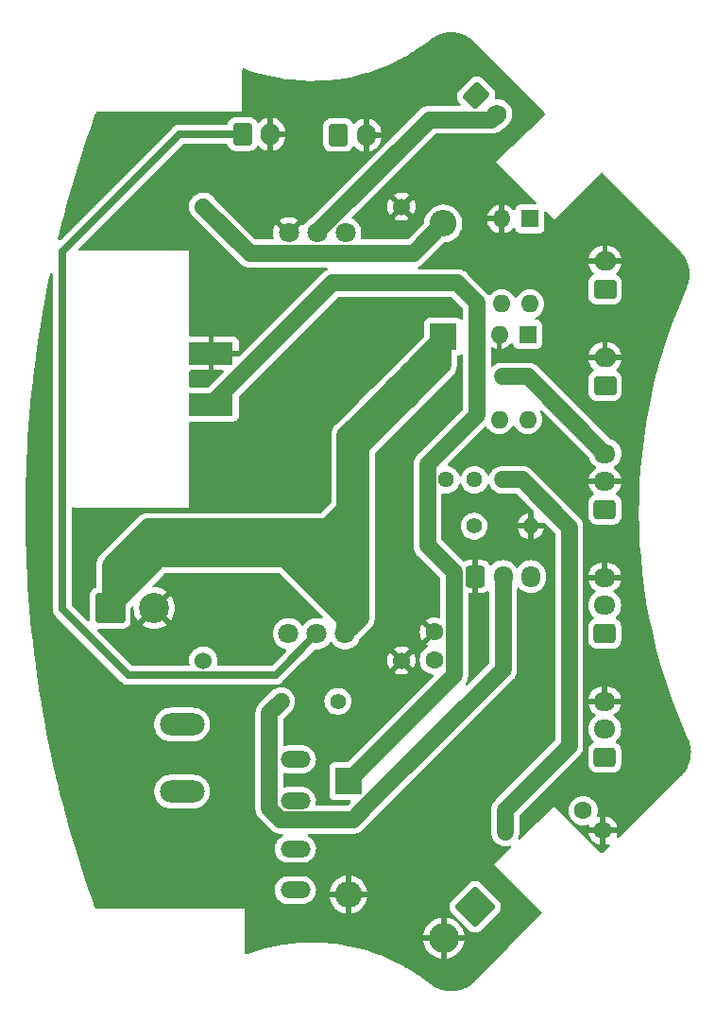
<source format=gbr>
%TF.GenerationSoftware,KiCad,Pcbnew,7.0.9*%
%TF.CreationDate,2025-05-06T13:31:17+09:00*%
%TF.ProjectId,PowerBored,506f7765-7242-46f7-9265-642e6b696361,rev?*%
%TF.SameCoordinates,Original*%
%TF.FileFunction,Copper,L2,Bot*%
%TF.FilePolarity,Positive*%
%FSLAX46Y46*%
G04 Gerber Fmt 4.6, Leading zero omitted, Abs format (unit mm)*
G04 Created by KiCad (PCBNEW 7.0.9) date 2025-05-06 13:31:17*
%MOMM*%
%LPD*%
G01*
G04 APERTURE LIST*
G04 Aperture macros list*
%AMRoundRect*
0 Rectangle with rounded corners*
0 $1 Rounding radius*
0 $2 $3 $4 $5 $6 $7 $8 $9 X,Y pos of 4 corners*
0 Add a 4 corners polygon primitive as box body*
4,1,4,$2,$3,$4,$5,$6,$7,$8,$9,$2,$3,0*
0 Add four circle primitives for the rounded corners*
1,1,$1+$1,$2,$3*
1,1,$1+$1,$4,$5*
1,1,$1+$1,$6,$7*
1,1,$1+$1,$8,$9*
0 Add four rect primitives between the rounded corners*
20,1,$1+$1,$2,$3,$4,$5,0*
20,1,$1+$1,$4,$5,$6,$7,0*
20,1,$1+$1,$6,$7,$8,$9,0*
20,1,$1+$1,$8,$9,$2,$3,0*%
%AMHorizOval*
0 Thick line with rounded ends*
0 $1 width*
0 $2 $3 position (X,Y) of the first rounded end (center of the circle)*
0 $4 $5 position (X,Y) of the second rounded end (center of the circle)*
0 Add line between two ends*
20,1,$1,$2,$3,$4,$5,0*
0 Add two circle primitives to create the rounded ends*
1,1,$1,$2,$3*
1,1,$1,$4,$5*%
G04 Aperture macros list end*
%TA.AperFunction,ComponentPad*%
%ADD10RoundRect,0.250000X0.725000X-0.600000X0.725000X0.600000X-0.725000X0.600000X-0.725000X-0.600000X0*%
%TD*%
%TA.AperFunction,ComponentPad*%
%ADD11O,1.950000X1.700000*%
%TD*%
%TA.AperFunction,SMDPad,CuDef*%
%ADD12R,4.000000X2.000000*%
%TD*%
%TA.AperFunction,ComponentPad*%
%ADD13C,1.400000*%
%TD*%
%TA.AperFunction,ComponentPad*%
%ADD14O,1.400000X1.400000*%
%TD*%
%TA.AperFunction,ComponentPad*%
%ADD15RoundRect,0.250000X-0.600000X-0.750000X0.600000X-0.750000X0.600000X0.750000X-0.600000X0.750000X0*%
%TD*%
%TA.AperFunction,ComponentPad*%
%ADD16O,1.700000X2.000000*%
%TD*%
%TA.AperFunction,ComponentPad*%
%ADD17C,1.600000*%
%TD*%
%TA.AperFunction,ComponentPad*%
%ADD18C,1.440000*%
%TD*%
%TA.AperFunction,ComponentPad*%
%ADD19RoundRect,0.250001X-1.099999X-1.099999X1.099999X-1.099999X1.099999X1.099999X-1.099999X1.099999X0*%
%TD*%
%TA.AperFunction,ComponentPad*%
%ADD20C,2.700000*%
%TD*%
%TA.AperFunction,ComponentPad*%
%ADD21RoundRect,0.250000X-0.600000X-0.725000X0.600000X-0.725000X0.600000X0.725000X-0.600000X0.725000X0*%
%TD*%
%TA.AperFunction,ComponentPad*%
%ADD22O,1.700000X1.950000*%
%TD*%
%TA.AperFunction,ComponentPad*%
%ADD23RoundRect,0.250000X0.750000X-0.600000X0.750000X0.600000X-0.750000X0.600000X-0.750000X-0.600000X0*%
%TD*%
%TA.AperFunction,ComponentPad*%
%ADD24O,2.000000X1.700000*%
%TD*%
%TA.AperFunction,ComponentPad*%
%ADD25O,2.700000X1.500000*%
%TD*%
%TA.AperFunction,ComponentPad*%
%ADD26C,1.800000*%
%TD*%
%TA.AperFunction,ComponentPad*%
%ADD27O,4.000000X2.000000*%
%TD*%
%TA.AperFunction,ComponentPad*%
%ADD28R,2.400000X2.400000*%
%TD*%
%TA.AperFunction,ComponentPad*%
%ADD29O,2.400000X2.400000*%
%TD*%
%TA.AperFunction,ComponentPad*%
%ADD30RoundRect,0.250000X-0.954594X-0.106066X-0.106066X-0.954594X0.954594X0.106066X0.106066X0.954594X0*%
%TD*%
%TA.AperFunction,ComponentPad*%
%ADD31HorizOval,1.700000X-0.106066X-0.106066X0.106066X0.106066X0*%
%TD*%
%TA.AperFunction,ComponentPad*%
%ADD32C,1.524000*%
%TD*%
%TA.AperFunction,ComponentPad*%
%ADD33RoundRect,0.250001X0.000000X1.555634X-1.555634X0.000000X0.000000X-1.555634X1.555634X0.000000X0*%
%TD*%
%TA.AperFunction,ComponentPad*%
%ADD34R,1.600000X1.600000*%
%TD*%
%TA.AperFunction,ComponentPad*%
%ADD35O,1.600000X1.600000*%
%TD*%
%TA.AperFunction,ViaPad*%
%ADD36C,0.800000*%
%TD*%
%TA.AperFunction,Conductor*%
%ADD37C,1.500000*%
%TD*%
%TA.AperFunction,Conductor*%
%ADD38C,0.700000*%
%TD*%
G04 APERTURE END LIST*
D10*
%TO.P,12V,1,Pin_1*%
%TO.N,+12V*%
X232440000Y-97650000D03*
D11*
%TO.P,12V,2,Pin_2*%
%TO.N,unconnected-(J5-Pin_2-Pad2)*%
X232440000Y-95150000D03*
%TO.P,12V,3,Pin_3*%
%TO.N,GND*%
X232440000Y-92650000D03*
%TD*%
D12*
%TO.P,MES1,1,-*%
%TO.N,GND*%
X197161000Y-72594000D03*
%TO.P,MES1,2,+*%
%TO.N,Net-(D2-K)*%
X197161000Y-77166000D03*
%TD*%
D10*
%TO.P,FET,1,Pin_1*%
%TO.N,FET1*%
X232460000Y-86550000D03*
D11*
%TO.P,FET,2,Pin_2*%
%TO.N,GND*%
X232460000Y-84050000D03*
%TO.P,FET,3,Pin_3*%
%TO.N,FET\uFF12*%
X232460000Y-81550000D03*
%TD*%
D13*
%TO.P,R1,1*%
%TO.N,+12V*%
X208520000Y-103750000D03*
D14*
%TO.P,R1,2*%
%TO.N,Net-(U1-ON{slash}OFF_CTRL)*%
X203440000Y-103750000D03*
%TD*%
D15*
%TO.P,C3,1*%
%TO.N,Solenoid+*%
X199970000Y-52960000D03*
D16*
%TO.P,C3,2*%
%TO.N,GND*%
X202470000Y-52960000D03*
%TD*%
D17*
%TO.P,C1,1*%
%TO.N,+12V*%
X217170000Y-100036000D03*
%TO.P,C1,2*%
%TO.N,GND*%
X217170000Y-97536000D03*
%TD*%
D18*
%TO.P,RV1,1,1*%
%TO.N,Net-(R2-Pad1)*%
X218220000Y-83910000D03*
%TO.P,RV1,2,2*%
X220760000Y-83910000D03*
%TO.P,RV1,3,3*%
%TO.N,Net-(U1-TRIM)*%
X223300000Y-83910000D03*
%TD*%
D19*
%TO.P,Voltage_Check,1,Pin_1*%
%TO.N,+48V*%
X188110000Y-95400000D03*
D20*
%TO.P,Voltage_Check,2,Pin_2*%
%TO.N,GND*%
X192070000Y-95400000D03*
%TD*%
D10*
%TO.P,12V,1,Pin_1*%
%TO.N,+12V*%
X232440000Y-108740000D03*
D11*
%TO.P,12V,2,Pin_2*%
%TO.N,unconnected-(J1-Pin_2-Pad2)*%
X232440000Y-106240000D03*
%TO.P,12V,3,Pin_3*%
%TO.N,GND*%
X232440000Y-103740000D03*
%TD*%
D21*
%TO.P,Switch,1*%
%TO.N,GND*%
X220830000Y-92580000D03*
D22*
%TO.P,Switch,2*%
%TO.N,Net-(U1-ON{slash}OFF_CTRL)*%
X223330000Y-92580000D03*
%TO.P,Switch,3*%
%TO.N,N/C*%
X225830000Y-92580000D03*
%TD*%
D23*
%TO.P,5V,1,Pin_1*%
%TO.N,+5V*%
X232470000Y-66830000D03*
D24*
%TO.P,5V,2,Pin_2*%
%TO.N,GND*%
X232470000Y-64330000D03*
%TD*%
D15*
%TO.P,C4,1*%
%TO.N,Solenoid+*%
X208560000Y-53030000D03*
D16*
%TO.P,C4,2*%
%TO.N,GND*%
X211060000Y-53030000D03*
%TD*%
D25*
%TO.P,Fuse,1*%
%TO.N,Net-(BT1-+)*%
X204710000Y-120650000D03*
X204710000Y-116950000D03*
%TO.P,Fuse,2*%
%TO.N,Net-(D2-K)*%
X204710000Y-112650000D03*
X204710000Y-108950000D03*
%TD*%
D26*
%TO.P,Q2,1,D*%
%TO.N,Solenoid-*%
X206670000Y-61799000D03*
%TO.P,Q2,2,G*%
%TO.N,Net-(Q2-G)*%
X209210000Y-61799000D03*
%TO.P,Q2,3,S*%
%TO.N,GND*%
X204130000Y-61799000D03*
%TD*%
D27*
%TO.P,Switch,1*%
%TO.N,Net-(D2-K)*%
X194550000Y-111820000D03*
%TO.P,Switch,2*%
%TO.N,+12V*%
X194550000Y-105820000D03*
%TD*%
D13*
%TO.P,R2,1*%
%TO.N,Net-(R2-Pad1)*%
X220730000Y-88050000D03*
D14*
%TO.P,R2,2*%
%TO.N,GND*%
X225810000Y-88050000D03*
%TD*%
D28*
%TO.P,D2,1,K*%
%TO.N,Net-(D2-K)*%
X209460000Y-110890000D03*
D29*
%TO.P,D2,2,A*%
%TO.N,GND*%
X209460000Y-121050000D03*
%TD*%
D30*
%TO.P,Selnoid,1,Pin_1*%
%TO.N,Solenoid+*%
X220910000Y-49500000D03*
D31*
%TO.P,Selnoid,2,Pin_2*%
%TO.N,Solenoid-*%
X222677767Y-51267767D03*
%TD*%
D28*
%TO.P,D1,1,K*%
%TO.N,+48V*%
X217970000Y-71120000D03*
D29*
%TO.P,D1,2,A*%
%TO.N,Net-(D1-A)*%
X217970000Y-60960000D03*
%TD*%
D32*
%TO.P,U2,1,IN\uFF0B*%
%TO.N,+12V*%
X196450000Y-100090000D03*
%TO.P,U2,2,IN\uFF0D*%
%TO.N,GND*%
X214230000Y-100090000D03*
%TO.P,U2,3,OUT\uFF0B*%
%TO.N,Net-(D1-A)*%
X196450000Y-59450000D03*
%TO.P,U2,4,OUT\uFF0D*%
%TO.N,GND*%
X214230000Y-59450000D03*
%TD*%
D26*
%TO.P,Q1,1,D*%
%TO.N,Solenoid+*%
X206640000Y-97681000D03*
%TO.P,Q1,2,G*%
%TO.N,Net-(Q1-G)*%
X204100000Y-97681000D03*
%TO.P,Q1,3,S*%
%TO.N,+48V*%
X209180000Y-97681000D03*
%TD*%
D33*
%TO.P,BT1,1,+*%
%TO.N,Net-(BT1-+)*%
X220820000Y-122140000D03*
D20*
%TO.P,BT1,2,-*%
%TO.N,GND*%
X218019857Y-124940143D03*
%TD*%
D23*
%TO.P,5V,1,Pin_1*%
%TO.N,+5V*%
X232470000Y-75470000D03*
D24*
%TO.P,5V,2,Pin_2*%
%TO.N,GND*%
X232470000Y-72970000D03*
%TD*%
D34*
%TO.P,U4,1*%
%TO.N,Net-(R4-Pad2)*%
X225525000Y-70890000D03*
D35*
%TO.P,U4,2*%
%TO.N,GND*%
X222985000Y-70890000D03*
%TO.P,U4,3*%
%TO.N,Net-(R7-Pad2)*%
X222985000Y-78510000D03*
%TO.P,U4,4*%
%TO.N,+15V*%
X225525000Y-78510000D03*
%TD*%
D17*
%TO.P,106,1*%
%TO.N,+5V*%
X230510117Y-113538000D03*
%TO.P,106,2*%
%TO.N,GND*%
X232277884Y-115305767D03*
%TD*%
D34*
%TO.P,U3,1*%
%TO.N,Net-(R3-Pad2)*%
X225725000Y-60540000D03*
D35*
%TO.P,U3,2*%
%TO.N,GND*%
X223185000Y-60540000D03*
%TO.P,U3,3*%
%TO.N,Net-(R5-Pad1)*%
X223185000Y-68160000D03*
%TO.P,U3,4*%
%TO.N,Net-(Q1-G)*%
X225725000Y-68160000D03*
%TD*%
D36*
%TO.N,GND*%
X211110000Y-72350000D03*
X204100000Y-65800000D03*
X201080000Y-66560000D03*
X206240000Y-76450000D03*
%TO.N,+48V*%
X195530000Y-88330000D03*
X197930000Y-90790000D03*
%TO.N,FET\uFF12*%
X223266000Y-74676000D03*
%TO.N,Net-(U1-TRIM)*%
X223520000Y-115470000D03*
%TD*%
D37*
%TO.N,Net-(U1-TRIM)*%
X225018234Y-83910000D02*
X223300000Y-83910000D01*
X229260000Y-88151767D02*
X225018234Y-83910000D01*
X229260000Y-107740000D02*
X229260000Y-88151767D01*
X223520000Y-115470000D02*
X223520000Y-113480000D01*
X223520000Y-113480000D02*
X229260000Y-107740000D01*
D38*
%TO.N,Solenoid+*%
X183810000Y-95480000D02*
X183810000Y-63460000D01*
X194310000Y-52960000D02*
X199970000Y-52960000D01*
X183810000Y-63460000D02*
X194310000Y-52960000D01*
X189732000Y-101402000D02*
X183810000Y-95480000D01*
X202919000Y-101402000D02*
X189732000Y-101402000D01*
X206640000Y-97681000D02*
X202919000Y-101402000D01*
D37*
%TO.N,+48V*%
X216154000Y-75438000D02*
X213652000Y-75438000D01*
X209180000Y-89408000D02*
X208280000Y-89408000D01*
X217424000Y-74168000D02*
X214922000Y-74168000D01*
X188422500Y-93280000D02*
X188422500Y-91231500D01*
X192040000Y-90980000D02*
X190722500Y-90980000D01*
X209180000Y-92202000D02*
X206502000Y-92202000D01*
X209180000Y-92202000D02*
X209180000Y-93472000D01*
X209180000Y-88138000D02*
X209180000Y-89408000D01*
X197326000Y-89916000D02*
X197440000Y-90030000D01*
X209180000Y-88138000D02*
X207518000Y-88138000D01*
X209180000Y-94234000D02*
X209180000Y-97681000D01*
X189738000Y-89916000D02*
X197326000Y-89916000D01*
X214649000Y-74441000D02*
X213252000Y-75838000D01*
X206502000Y-92202000D02*
X205486000Y-92202000D01*
X207264000Y-89408000D02*
X206248000Y-89408000D01*
X207518000Y-94234000D02*
X205232000Y-91948000D01*
X217970000Y-71120000D02*
X215157000Y-73933000D01*
X205740000Y-89408000D02*
X206248000Y-89408000D01*
X208280000Y-90932000D02*
X207264000Y-90932000D01*
X195722000Y-88138000D02*
X195530000Y-88330000D01*
X191516000Y-88138000D02*
X190246000Y-89408000D01*
X203703792Y-90932000D02*
X202687792Y-89916000D01*
X217932000Y-72898000D02*
X217932000Y-73660000D01*
X209180000Y-90932000D02*
X208280000Y-90932000D01*
X213741000Y-77851000D02*
X211239000Y-77851000D01*
X210566000Y-81026000D02*
X210566000Y-96295000D01*
X197554000Y-89916000D02*
X202687792Y-89916000D01*
X217932000Y-73660000D02*
X217424000Y-74168000D01*
X212598000Y-78994000D02*
X212490000Y-78886000D01*
X207772000Y-93472000D02*
X207391000Y-93091000D01*
X212363000Y-76727000D02*
X210966000Y-78124000D01*
X212598000Y-78994000D02*
X211582000Y-80010000D01*
X211582000Y-80010000D02*
X211482000Y-79910000D01*
X202687792Y-89916000D02*
X203751792Y-90980000D01*
X217932000Y-71158000D02*
X217932000Y-72898000D01*
X190246000Y-89408000D02*
X189738000Y-89916000D01*
X217424000Y-74168000D02*
X216154000Y-75438000D01*
X213652000Y-75438000D02*
X213252000Y-75838000D01*
X188110000Y-91544000D02*
X188110000Y-95400000D01*
X215265000Y-76327000D02*
X213741000Y-77851000D01*
X208280000Y-89408000D02*
X207264000Y-89408000D01*
X209180000Y-86476000D02*
X207518000Y-88138000D01*
X203751792Y-90980000D02*
X192040000Y-90980000D01*
X215157000Y-73933000D02*
X214649000Y-74441000D01*
X188422500Y-91231500D02*
X189738000Y-89916000D01*
X192040000Y-90980000D02*
X192040000Y-91470000D01*
X190722500Y-90980000D02*
X188422500Y-93280000D01*
X209180000Y-85598000D02*
X209180000Y-86476000D01*
X197440000Y-90030000D02*
X197554000Y-89916000D01*
X211582000Y-80010000D02*
X210566000Y-81026000D01*
X210204000Y-78886000D02*
X209180000Y-79910000D01*
X207264000Y-90932000D02*
X207264000Y-89408000D01*
X209180000Y-79910000D02*
X209180000Y-85598000D01*
X216192000Y-72898000D02*
X215157000Y-73933000D01*
X209180000Y-94234000D02*
X208534000Y-94234000D01*
X209180000Y-89408000D02*
X209180000Y-90932000D01*
X210566000Y-96295000D02*
X209180000Y-97681000D01*
X209180000Y-96408208D02*
X203751792Y-90980000D01*
X206248000Y-90932000D02*
X204216000Y-90932000D01*
X207518000Y-88138000D02*
X195722000Y-88138000D01*
X203703792Y-90932000D02*
X203703792Y-90428208D01*
X209180000Y-93472000D02*
X209180000Y-94234000D01*
X214922000Y-74168000D02*
X214649000Y-74441000D01*
X214865000Y-76727000D02*
X212363000Y-76727000D01*
X209180000Y-90932000D02*
X209180000Y-92202000D01*
X188422500Y-91231500D02*
X188110000Y-91544000D01*
X204724000Y-89408000D02*
X190246000Y-89408000D01*
X216154000Y-75438000D02*
X215265000Y-76327000D01*
X209180000Y-85598000D02*
X209180000Y-88138000D01*
X213252000Y-75838000D02*
X212363000Y-76727000D01*
X213741000Y-77851000D02*
X212598000Y-78994000D01*
X217970000Y-71120000D02*
X217932000Y-71158000D01*
X205232000Y-91948000D02*
X204216000Y-90932000D01*
X195530000Y-88330000D02*
X195338000Y-88138000D01*
X204216000Y-90932000D02*
X203703792Y-90932000D01*
X211239000Y-77851000D02*
X210966000Y-78124000D01*
X209180000Y-97681000D02*
X209180000Y-96408208D01*
X207391000Y-93091000D02*
X206502000Y-92202000D01*
X203703792Y-90428208D02*
X204724000Y-89408000D01*
X212490000Y-78886000D02*
X210204000Y-78886000D01*
X206248000Y-89408000D02*
X204724000Y-89408000D01*
X195338000Y-88138000D02*
X191516000Y-88138000D01*
X208534000Y-94234000D02*
X207391000Y-93091000D01*
X215265000Y-76327000D02*
X214865000Y-76727000D01*
X205486000Y-92202000D02*
X205232000Y-91948000D01*
X211482000Y-79910000D02*
X209180000Y-79910000D01*
X209180000Y-94234000D02*
X207518000Y-94234000D01*
X209180000Y-93472000D02*
X207772000Y-93472000D01*
X207264000Y-90932000D02*
X206248000Y-90932000D01*
X192040000Y-91470000D02*
X188110000Y-95400000D01*
X208280000Y-90932000D02*
X208280000Y-89408000D01*
X206248000Y-90932000D02*
X206248000Y-89408000D01*
X204216000Y-90932000D02*
X205740000Y-89408000D01*
X210966000Y-78124000D02*
X210204000Y-78886000D01*
X217932000Y-72898000D02*
X216192000Y-72898000D01*
%TO.N,Net-(D1-A)*%
X217970000Y-60960000D02*
X215281000Y-63649000D01*
X200649000Y-63649000D02*
X196450000Y-59450000D01*
D38*
X217970000Y-61460000D02*
X217320000Y-61460000D01*
D37*
X215281000Y-63649000D02*
X200649000Y-63649000D01*
%TO.N,FET\uFF12*%
X225586000Y-74676000D02*
X223266000Y-74676000D01*
X232460000Y-81550000D02*
X225586000Y-74676000D01*
%TO.N,Solenoid-*%
X206670000Y-61799000D02*
X206670000Y-61722704D01*
X222286042Y-51659492D02*
X222677767Y-51267767D01*
X206670000Y-61722704D02*
X216733212Y-51659492D01*
X216733212Y-51659492D02*
X222286042Y-51659492D01*
%TO.N,Net-(U1-ON{slash}OFF_CTRL)*%
X211180000Y-113040000D02*
X223330000Y-100890000D01*
X203405837Y-114350000D02*
X202380000Y-113324163D01*
X223330000Y-100890000D02*
X223330000Y-92580000D01*
X202380000Y-113324163D02*
X202380000Y-104810000D01*
X202380000Y-104810000D02*
X203440000Y-103750000D01*
X209870000Y-114350000D02*
X203405837Y-114350000D01*
X211180000Y-113040000D02*
X209870000Y-114350000D01*
%TO.N,Net-(D2-K)*%
X220980000Y-78108263D02*
X216560000Y-82528263D01*
X219202000Y-66294000D02*
X220980000Y-68072000D01*
X210170000Y-110180000D02*
X209460000Y-110890000D01*
X218948000Y-101402000D02*
X218948000Y-92202000D01*
X204092500Y-70234500D02*
X208033000Y-66294000D01*
X208033000Y-66294000D02*
X219202000Y-66294000D01*
X216560000Y-89814000D02*
X218948000Y-92202000D01*
X216560000Y-82528263D02*
X216560000Y-89814000D01*
X220980000Y-68072000D02*
X220980000Y-78108263D01*
X197161000Y-77166000D02*
X204092500Y-70234500D01*
X209460000Y-110890000D02*
X218948000Y-101402000D01*
%TD*%
%TA.AperFunction,Conductor*%
%TO.N,GND*%
G36*
X182877552Y-65417234D02*
G01*
X182933943Y-65458488D01*
X182959079Y-65523679D01*
X182959500Y-65533886D01*
X182959500Y-95442911D01*
X182959295Y-95447945D01*
X182954798Y-95503163D01*
X182965729Y-95583392D01*
X182974486Y-95663913D01*
X182974710Y-95664930D01*
X182979525Y-95685473D01*
X182979773Y-95686470D01*
X182990796Y-95716473D01*
X183007700Y-95762486D01*
X183029717Y-95827829D01*
X183033557Y-95839223D01*
X183034001Y-95840185D01*
X183043146Y-95859266D01*
X183043564Y-95860109D01*
X183087184Y-95928353D01*
X183128930Y-95997736D01*
X183129538Y-95998536D01*
X183142578Y-96015216D01*
X183143201Y-96015991D01*
X183200459Y-96073249D01*
X183256152Y-96132042D01*
X183256983Y-96132747D01*
X183274119Y-96146908D01*
X189104385Y-101977173D01*
X189107788Y-101980865D01*
X189143662Y-102023099D01*
X189208126Y-102072104D01*
X189271242Y-102122838D01*
X189271247Y-102122842D01*
X189271252Y-102122844D01*
X189272163Y-102123427D01*
X189289955Y-102134463D01*
X189290933Y-102135052D01*
X189290936Y-102135054D01*
X189364429Y-102169055D01*
X189436979Y-102205037D01*
X189436982Y-102205037D01*
X189436987Y-102205040D01*
X189438019Y-102205419D01*
X189457853Y-102212402D01*
X189458835Y-102212733D01*
X189537916Y-102230139D01*
X189616506Y-102249684D01*
X189616510Y-102249684D01*
X189616514Y-102249685D01*
X189617604Y-102249833D01*
X189638375Y-102252377D01*
X189639502Y-102252499D01*
X189639503Y-102252500D01*
X189639504Y-102252500D01*
X189720469Y-102252500D01*
X189801432Y-102254693D01*
X189801432Y-102254692D01*
X189801435Y-102254693D01*
X189802479Y-102254608D01*
X189824648Y-102252500D01*
X202881913Y-102252500D01*
X202886948Y-102252705D01*
X202906562Y-102254301D01*
X202942167Y-102257201D01*
X203022392Y-102246270D01*
X203102910Y-102237514D01*
X203102914Y-102237512D01*
X203104036Y-102237266D01*
X203124307Y-102232515D01*
X203125462Y-102232228D01*
X203125462Y-102232227D01*
X203125468Y-102232227D01*
X203201486Y-102204299D01*
X203278221Y-102178444D01*
X203278227Y-102178439D01*
X203279351Y-102177920D01*
X203298123Y-102168923D01*
X203299112Y-102168433D01*
X203299116Y-102168432D01*
X203367353Y-102124815D01*
X203436736Y-102083070D01*
X203436741Y-102083065D01*
X203437669Y-102082360D01*
X203454076Y-102069533D01*
X203454986Y-102068802D01*
X203454986Y-102068801D01*
X203454989Y-102068800D01*
X203483618Y-102040170D01*
X203512249Y-102011540D01*
X203548542Y-101977161D01*
X203571041Y-101955849D01*
X203571045Y-101955842D01*
X203571757Y-101955005D01*
X203585904Y-101937883D01*
X205433786Y-100090000D01*
X212963179Y-100090000D01*
X212982424Y-100309976D01*
X212982426Y-100309986D01*
X213039575Y-100523270D01*
X213039580Y-100523284D01*
X213132899Y-100723407D01*
X213132900Y-100723409D01*
X213178258Y-100788187D01*
X213845096Y-100121349D01*
X213845051Y-100121898D01*
X213876266Y-100245162D01*
X213945813Y-100351612D01*
X214046157Y-100429713D01*
X214166422Y-100471000D01*
X214202553Y-100471000D01*
X213531811Y-101141741D01*
X213596582Y-101187094D01*
X213596592Y-101187100D01*
X213796715Y-101280419D01*
X213796729Y-101280424D01*
X214010013Y-101337573D01*
X214010023Y-101337575D01*
X214229999Y-101356821D01*
X214230001Y-101356821D01*
X214449976Y-101337575D01*
X214449986Y-101337573D01*
X214663270Y-101280424D01*
X214663284Y-101280419D01*
X214863408Y-101187100D01*
X214863420Y-101187093D01*
X214928186Y-101141742D01*
X214928187Y-101141740D01*
X214257448Y-100471000D01*
X214261569Y-100471000D01*
X214355421Y-100455339D01*
X214467251Y-100394820D01*
X214553371Y-100301269D01*
X214604448Y-100184823D01*
X214610105Y-100116552D01*
X215281740Y-100788187D01*
X215281742Y-100788186D01*
X215327093Y-100723420D01*
X215327100Y-100723408D01*
X215420419Y-100523284D01*
X215420424Y-100523270D01*
X215477573Y-100309986D01*
X215477575Y-100309976D01*
X215496821Y-100090000D01*
X215496821Y-100089999D01*
X215477575Y-99870023D01*
X215477573Y-99870013D01*
X215420424Y-99656729D01*
X215420420Y-99656720D01*
X215327098Y-99456590D01*
X215281740Y-99391811D01*
X214614903Y-100058648D01*
X214614949Y-100058102D01*
X214583734Y-99934838D01*
X214514187Y-99828388D01*
X214413843Y-99750287D01*
X214293578Y-99709000D01*
X214257447Y-99709000D01*
X214928187Y-99038258D01*
X214863409Y-98992900D01*
X214863407Y-98992899D01*
X214663284Y-98899580D01*
X214663270Y-98899575D01*
X214449986Y-98842426D01*
X214449976Y-98842424D01*
X214230001Y-98823179D01*
X214229999Y-98823179D01*
X214010023Y-98842424D01*
X214010013Y-98842426D01*
X213796729Y-98899575D01*
X213796720Y-98899579D01*
X213596586Y-98992903D01*
X213531812Y-99038257D01*
X213531811Y-99038258D01*
X214202554Y-99709000D01*
X214198431Y-99709000D01*
X214104579Y-99724661D01*
X213992749Y-99785180D01*
X213906629Y-99878731D01*
X213855552Y-99995177D01*
X213849894Y-100063447D01*
X213178258Y-99391811D01*
X213178257Y-99391812D01*
X213132903Y-99456586D01*
X213039579Y-99656720D01*
X213039575Y-99656729D01*
X212982426Y-99870013D01*
X212982424Y-99870023D01*
X212963179Y-100089999D01*
X212963179Y-100090000D01*
X205433786Y-100090000D01*
X206408833Y-99114953D01*
X206470154Y-99081470D01*
X206516922Y-99080327D01*
X206523951Y-99081500D01*
X206523956Y-99081500D01*
X206756048Y-99081500D01*
X206756049Y-99081500D01*
X206984981Y-99043298D01*
X207204503Y-98967936D01*
X207408626Y-98857470D01*
X207461089Y-98816637D01*
X207546235Y-98750365D01*
X207591784Y-98714913D01*
X207748979Y-98544153D01*
X207806191Y-98456582D01*
X207859337Y-98411226D01*
X207928568Y-98401802D01*
X207991904Y-98431304D01*
X208013809Y-98456583D01*
X208071016Y-98544147D01*
X208071019Y-98544151D01*
X208071021Y-98544153D01*
X208228216Y-98714913D01*
X208228219Y-98714915D01*
X208228222Y-98714918D01*
X208411365Y-98857464D01*
X208411371Y-98857468D01*
X208411374Y-98857470D01*
X208615497Y-98967936D01*
X208710347Y-99000498D01*
X208835015Y-99043297D01*
X208835017Y-99043297D01*
X208835019Y-99043298D01*
X209063951Y-99081500D01*
X209063952Y-99081500D01*
X209296048Y-99081500D01*
X209296049Y-99081500D01*
X209524981Y-99043298D01*
X209744503Y-98967936D01*
X209948626Y-98857470D01*
X210001089Y-98816637D01*
X210086235Y-98750365D01*
X210131784Y-98714913D01*
X210288979Y-98544153D01*
X210415924Y-98349849D01*
X210509157Y-98137300D01*
X210509157Y-98137298D01*
X210511217Y-98132603D01*
X210512183Y-98133026D01*
X210538319Y-98091153D01*
X211398127Y-97231345D01*
X211403287Y-97226733D01*
X211433666Y-97202508D01*
X211478645Y-97151023D01*
X211481462Y-97148010D01*
X211489945Y-97139529D01*
X211516950Y-97107181D01*
X211581765Y-97032996D01*
X211584006Y-97029243D01*
X211595274Y-97013364D01*
X211598068Y-97010019D01*
X211646683Y-96924340D01*
X211697215Y-96839764D01*
X211698747Y-96835679D01*
X211707003Y-96818033D01*
X211707109Y-96817847D01*
X211709153Y-96814245D01*
X211741692Y-96721253D01*
X211776307Y-96629024D01*
X211777085Y-96624737D01*
X211782056Y-96605902D01*
X211783498Y-96601783D01*
X211798910Y-96504472D01*
X211807530Y-96456973D01*
X211816500Y-96407549D01*
X211816500Y-96403169D01*
X211818027Y-96383770D01*
X211818710Y-96379460D01*
X211816500Y-96280978D01*
X211816500Y-81595335D01*
X211836185Y-81528296D01*
X211852815Y-81507658D01*
X212445469Y-80915003D01*
X212447395Y-80913162D01*
X212508748Y-80857085D01*
X212523317Y-80837949D01*
X212528795Y-80831677D01*
X213461457Y-79899015D01*
X213463384Y-79897173D01*
X213524748Y-79841086D01*
X213539324Y-79821941D01*
X213544807Y-79815666D01*
X214548749Y-78811723D01*
X214563546Y-78799087D01*
X214567078Y-78796522D01*
X214572837Y-78790499D01*
X214635131Y-78725343D01*
X214637014Y-78723460D01*
X214664945Y-78695530D01*
X214664947Y-78695526D01*
X214665927Y-78694547D01*
X214665937Y-78694535D01*
X215672746Y-77687726D01*
X215687539Y-77675092D01*
X215691078Y-77672522D01*
X215759153Y-77601320D01*
X216188944Y-77171530D01*
X216961746Y-76398726D01*
X216976539Y-76386092D01*
X216980078Y-76383522D01*
X217011716Y-76350430D01*
X217048154Y-76312320D01*
X217077945Y-76282529D01*
X217301957Y-76058517D01*
X218231746Y-75128726D01*
X218246539Y-75116092D01*
X218250078Y-75113522D01*
X218281716Y-75080430D01*
X218318154Y-75042320D01*
X218347944Y-75012530D01*
X218384175Y-74976299D01*
X218764127Y-74596345D01*
X218769298Y-74591724D01*
X218799666Y-74567508D01*
X218844632Y-74516039D01*
X218847478Y-74512995D01*
X218855929Y-74504545D01*
X218855929Y-74504544D01*
X218855944Y-74504530D01*
X218882947Y-74472185D01*
X218947765Y-74397996D01*
X218950006Y-74394243D01*
X218961274Y-74378364D01*
X218964068Y-74375019D01*
X219012683Y-74289340D01*
X219063215Y-74204764D01*
X219064747Y-74200679D01*
X219073003Y-74183033D01*
X219073844Y-74181551D01*
X219075153Y-74179245D01*
X219107692Y-74086253D01*
X219142307Y-73994024D01*
X219143085Y-73989737D01*
X219148056Y-73970902D01*
X219149498Y-73966783D01*
X219164910Y-73869472D01*
X219170496Y-73838693D01*
X219182500Y-73772549D01*
X219182500Y-73768169D01*
X219184027Y-73748770D01*
X219184710Y-73744460D01*
X219182500Y-73645997D01*
X219182500Y-72934649D01*
X219202185Y-72867610D01*
X219254989Y-72821855D01*
X219275699Y-72814756D01*
X219277481Y-72814091D01*
X219277483Y-72814091D01*
X219412331Y-72763796D01*
X219527546Y-72677546D01*
X219527545Y-72677546D01*
X219531189Y-72674819D01*
X219596653Y-72650401D01*
X219664926Y-72665252D01*
X219714332Y-72714657D01*
X219729500Y-72774085D01*
X219729500Y-77538926D01*
X219709815Y-77605965D01*
X219693181Y-77626607D01*
X215727885Y-81591902D01*
X215722699Y-81596537D01*
X215692337Y-81620751D01*
X215692333Y-81620755D01*
X215647365Y-81672223D01*
X215644521Y-81675266D01*
X215636064Y-81683724D01*
X215636054Y-81683735D01*
X215609049Y-81716081D01*
X215544234Y-81790267D01*
X215544230Y-81790273D01*
X215541981Y-81794037D01*
X215530746Y-81809871D01*
X215527934Y-81813240D01*
X215527932Y-81813244D01*
X215479316Y-81898922D01*
X215468383Y-81917222D01*
X215428783Y-81983501D01*
X215427247Y-81987595D01*
X215419008Y-82005208D01*
X215416850Y-82009010D01*
X215416846Y-82009020D01*
X215384307Y-82102009D01*
X215349694Y-82194233D01*
X215349689Y-82194251D01*
X215348909Y-82198551D01*
X215343952Y-82217332D01*
X215342503Y-82221472D01*
X215342502Y-82221478D01*
X215327089Y-82318790D01*
X215309500Y-82415711D01*
X215309500Y-82420090D01*
X215307973Y-82439492D01*
X215307289Y-82443803D01*
X215309500Y-82542284D01*
X215309500Y-89740293D01*
X215309110Y-89747231D01*
X215306792Y-89767804D01*
X215304762Y-89785823D01*
X215304761Y-89785831D01*
X215309359Y-89854013D01*
X215309500Y-89858186D01*
X215309500Y-89870156D01*
X215313277Y-89912124D01*
X215319903Y-90010407D01*
X215319903Y-90010412D01*
X215320972Y-90014652D01*
X215324230Y-90033824D01*
X215324623Y-90038190D01*
X215350835Y-90133165D01*
X215374903Y-90228681D01*
X215376715Y-90232670D01*
X215383340Y-90250944D01*
X215384504Y-90255162D01*
X215384507Y-90255170D01*
X215427253Y-90343935D01*
X215467993Y-90433626D01*
X215467994Y-90433629D01*
X215470483Y-90437221D01*
X215480269Y-90454026D01*
X215482166Y-90457965D01*
X215482174Y-90457979D01*
X215540078Y-90537676D01*
X215596180Y-90618655D01*
X215599273Y-90621748D01*
X215611907Y-90636539D01*
X215614478Y-90640078D01*
X215614481Y-90640081D01*
X215685679Y-90708153D01*
X217661181Y-92683655D01*
X217694666Y-92744978D01*
X217697500Y-92771336D01*
X217697500Y-96169883D01*
X217677815Y-96236922D01*
X217625011Y-96282677D01*
X217555853Y-96292621D01*
X217541407Y-96289658D01*
X217396610Y-96250860D01*
X217396599Y-96250858D01*
X217170002Y-96231034D01*
X217169998Y-96231034D01*
X216943400Y-96250858D01*
X216943389Y-96250860D01*
X216723682Y-96309730D01*
X216723673Y-96309734D01*
X216517513Y-96405868D01*
X216444526Y-96456973D01*
X217125599Y-97138046D01*
X217044852Y-97150835D01*
X216931955Y-97208359D01*
X216842359Y-97297955D01*
X216784835Y-97410852D01*
X216772046Y-97491599D01*
X216090973Y-96810526D01*
X216090972Y-96810527D01*
X216039868Y-96883513D01*
X215943734Y-97089673D01*
X215943730Y-97089682D01*
X215884860Y-97309389D01*
X215884858Y-97309400D01*
X215865034Y-97535997D01*
X215865034Y-97536002D01*
X215884858Y-97762599D01*
X215884860Y-97762610D01*
X215943730Y-97982317D01*
X215943734Y-97982326D01*
X216039865Y-98188481D01*
X216039866Y-98188483D01*
X216090973Y-98261471D01*
X216090974Y-98261472D01*
X216772046Y-97580399D01*
X216784835Y-97661148D01*
X216842359Y-97774045D01*
X216931955Y-97863641D01*
X217044852Y-97921165D01*
X217125597Y-97933953D01*
X216444526Y-98615025D01*
X216444526Y-98615026D01*
X216517512Y-98666131D01*
X216517515Y-98666132D01*
X216532974Y-98673341D01*
X216585414Y-98719513D01*
X216604567Y-98786706D01*
X216584352Y-98853587D01*
X216532978Y-98898105D01*
X216517269Y-98905430D01*
X216517265Y-98905432D01*
X216330858Y-99035954D01*
X216169954Y-99196858D01*
X216039432Y-99383265D01*
X216039431Y-99383267D01*
X215943261Y-99589502D01*
X215943258Y-99589511D01*
X215884366Y-99809302D01*
X215884364Y-99809313D01*
X215864532Y-100035998D01*
X215864532Y-100036001D01*
X215884364Y-100262686D01*
X215884366Y-100262697D01*
X215943258Y-100482488D01*
X215943261Y-100482497D01*
X216039431Y-100688732D01*
X216039432Y-100688734D01*
X216169954Y-100875141D01*
X216330858Y-101036045D01*
X216330861Y-101036047D01*
X216517266Y-101166568D01*
X216723504Y-101262739D01*
X216943308Y-101321635D01*
X216969513Y-101323927D01*
X217034581Y-101349378D01*
X217075561Y-101405968D01*
X217079440Y-101475730D01*
X217046388Y-101535136D01*
X209428343Y-109153181D01*
X209367020Y-109186666D01*
X209340662Y-109189500D01*
X208212129Y-109189500D01*
X208212123Y-109189501D01*
X208152516Y-109195908D01*
X208017671Y-109246202D01*
X208017664Y-109246206D01*
X207902455Y-109332452D01*
X207902452Y-109332455D01*
X207816206Y-109447664D01*
X207816202Y-109447671D01*
X207765908Y-109582517D01*
X207759501Y-109642116D01*
X207759500Y-109642135D01*
X207759500Y-112137870D01*
X207759501Y-112137876D01*
X207765908Y-112197483D01*
X207816202Y-112332328D01*
X207816206Y-112332335D01*
X207902452Y-112447544D01*
X207902455Y-112447547D01*
X208017664Y-112533793D01*
X208017671Y-112533797D01*
X208152517Y-112584091D01*
X208152516Y-112584091D01*
X208159444Y-112584835D01*
X208212127Y-112590500D01*
X209561664Y-112590499D01*
X209628703Y-112610184D01*
X209674458Y-112662987D01*
X209684402Y-112732146D01*
X209655377Y-112795702D01*
X209649345Y-112802180D01*
X209388345Y-113063181D01*
X209327022Y-113096666D01*
X209300664Y-113099500D01*
X206645554Y-113099500D01*
X206578515Y-113079815D01*
X206532760Y-113027011D01*
X206522816Y-112957853D01*
X206524663Y-112947908D01*
X206538960Y-112885267D01*
X206554191Y-112818537D01*
X206564290Y-112593670D01*
X206534075Y-112370613D01*
X206464517Y-112156536D01*
X206454473Y-112137872D01*
X206357853Y-111958321D01*
X206357851Y-111958318D01*
X206217510Y-111782336D01*
X206217508Y-111782334D01*
X206047996Y-111634235D01*
X205854764Y-111518785D01*
X205736786Y-111474507D01*
X205644023Y-111439692D01*
X205422550Y-111399500D01*
X205422547Y-111399500D01*
X204053845Y-111399500D01*
X204015399Y-111402960D01*
X203885813Y-111414622D01*
X203885806Y-111414623D01*
X203787489Y-111441758D01*
X203717628Y-111440618D01*
X203659474Y-111401890D01*
X203631491Y-111337869D01*
X203630500Y-111322227D01*
X203630500Y-110282435D01*
X203650185Y-110215396D01*
X203702989Y-110169641D01*
X203772147Y-110159697D01*
X203776642Y-110160428D01*
X203997450Y-110200500D01*
X203997453Y-110200500D01*
X205366148Y-110200500D01*
X205366155Y-110200500D01*
X205534188Y-110185377D01*
X205534192Y-110185376D01*
X205751160Y-110125496D01*
X205751162Y-110125495D01*
X205751170Y-110125493D01*
X205953973Y-110027829D01*
X206136078Y-109895522D01*
X206291632Y-109732825D01*
X206415635Y-109544968D01*
X206504103Y-109337988D01*
X206554191Y-109118537D01*
X206564290Y-108893670D01*
X206534075Y-108670613D01*
X206464517Y-108456536D01*
X206357852Y-108258319D01*
X206284436Y-108166259D01*
X206217510Y-108082336D01*
X206207993Y-108074021D01*
X206047996Y-107934235D01*
X205854764Y-107818785D01*
X205736786Y-107774507D01*
X205644023Y-107739692D01*
X205422550Y-107699500D01*
X205422547Y-107699500D01*
X204053845Y-107699500D01*
X204015399Y-107702960D01*
X203885813Y-107714622D01*
X203885806Y-107714623D01*
X203787489Y-107741758D01*
X203717628Y-107740618D01*
X203659474Y-107701890D01*
X203631491Y-107637869D01*
X203630500Y-107622227D01*
X203630500Y-105379336D01*
X203650185Y-105312297D01*
X203666819Y-105291655D01*
X204007974Y-104950500D01*
X204363944Y-104594530D01*
X204472068Y-104465019D01*
X204583153Y-104269245D01*
X204657498Y-104056783D01*
X204668075Y-103990000D01*
X204692710Y-103834463D01*
X204690814Y-103750000D01*
X207314357Y-103750000D01*
X207334884Y-103971535D01*
X207334885Y-103971537D01*
X207395769Y-104185523D01*
X207395775Y-104185538D01*
X207494938Y-104384683D01*
X207494943Y-104384691D01*
X207629020Y-104562238D01*
X207793437Y-104712123D01*
X207793439Y-104712125D01*
X207982595Y-104829245D01*
X207982596Y-104829245D01*
X207982599Y-104829247D01*
X208190060Y-104909618D01*
X208408757Y-104950500D01*
X208408759Y-104950500D01*
X208631241Y-104950500D01*
X208631243Y-104950500D01*
X208849940Y-104909618D01*
X209057401Y-104829247D01*
X209246562Y-104712124D01*
X209410981Y-104562236D01*
X209545058Y-104384689D01*
X209644229Y-104185528D01*
X209705115Y-103971536D01*
X209725643Y-103750000D01*
X209705115Y-103528464D01*
X209644229Y-103314472D01*
X209619595Y-103265000D01*
X209545061Y-103115316D01*
X209545056Y-103115308D01*
X209410979Y-102937761D01*
X209246562Y-102787876D01*
X209246560Y-102787874D01*
X209057404Y-102670754D01*
X209057398Y-102670752D01*
X208849940Y-102590382D01*
X208631243Y-102549500D01*
X208408757Y-102549500D01*
X208190060Y-102590382D01*
X208058864Y-102641207D01*
X207982601Y-102670752D01*
X207982595Y-102670754D01*
X207793439Y-102787874D01*
X207793437Y-102787876D01*
X207629020Y-102937761D01*
X207494943Y-103115308D01*
X207494938Y-103115316D01*
X207395775Y-103314461D01*
X207395769Y-103314476D01*
X207334885Y-103528462D01*
X207334884Y-103528464D01*
X207314357Y-103749999D01*
X207314357Y-103750000D01*
X204690814Y-103750000D01*
X204690814Y-103749999D01*
X204687659Y-103609422D01*
X204642508Y-103388904D01*
X204558707Y-103179991D01*
X204438949Y-102989398D01*
X204438948Y-102989397D01*
X204438947Y-102989395D01*
X204287087Y-102823253D01*
X204287081Y-102823248D01*
X204107994Y-102686891D01*
X204107990Y-102686889D01*
X203907434Y-102584701D01*
X203907430Y-102584699D01*
X203691851Y-102519964D01*
X203468178Y-102494763D01*
X203468167Y-102494762D01*
X203243589Y-102509903D01*
X203243586Y-102509903D01*
X203025320Y-102564902D01*
X203025317Y-102564903D01*
X202820377Y-102657991D01*
X202820375Y-102657992D01*
X202635341Y-102786183D01*
X201547885Y-103873639D01*
X201542699Y-103878274D01*
X201512337Y-103902488D01*
X201512333Y-103902492D01*
X201467365Y-103953960D01*
X201464521Y-103957003D01*
X201456064Y-103965461D01*
X201456054Y-103965472D01*
X201429049Y-103997818D01*
X201364234Y-104072004D01*
X201364230Y-104072010D01*
X201361981Y-104075774D01*
X201350746Y-104091608D01*
X201347934Y-104094977D01*
X201347932Y-104094981D01*
X201299316Y-104180659D01*
X201278799Y-104215000D01*
X201248783Y-104265238D01*
X201247247Y-104269332D01*
X201239008Y-104286945D01*
X201236850Y-104290747D01*
X201236846Y-104290757D01*
X201204307Y-104383746D01*
X201169694Y-104475970D01*
X201169689Y-104475988D01*
X201168909Y-104480288D01*
X201163952Y-104499069D01*
X201162503Y-104503209D01*
X201162502Y-104503215D01*
X201147089Y-104600527D01*
X201129500Y-104697448D01*
X201129500Y-104701827D01*
X201127973Y-104721229D01*
X201127289Y-104725540D01*
X201129500Y-104824021D01*
X201129500Y-113250456D01*
X201129110Y-113257394D01*
X201127631Y-113270527D01*
X201124762Y-113295986D01*
X201124761Y-113295994D01*
X201129359Y-113364176D01*
X201129500Y-113368349D01*
X201129500Y-113380319D01*
X201133277Y-113422287D01*
X201139903Y-113520570D01*
X201139903Y-113520575D01*
X201140972Y-113524815D01*
X201144230Y-113543987D01*
X201144623Y-113548353D01*
X201170835Y-113643328D01*
X201194903Y-113738844D01*
X201196715Y-113742833D01*
X201203340Y-113761107D01*
X201204504Y-113765325D01*
X201204507Y-113765333D01*
X201247253Y-113854098D01*
X201287993Y-113943789D01*
X201287994Y-113943792D01*
X201290483Y-113947384D01*
X201300269Y-113964189D01*
X201302166Y-113968128D01*
X201302174Y-113968142D01*
X201360078Y-114047839D01*
X201416180Y-114128818D01*
X201419273Y-114131911D01*
X201431907Y-114146702D01*
X201434478Y-114150241D01*
X201434481Y-114150244D01*
X201505679Y-114218316D01*
X202469479Y-115182116D01*
X202474116Y-115187304D01*
X202498329Y-115217666D01*
X202549804Y-115262639D01*
X202552837Y-115265474D01*
X202561306Y-115273943D01*
X202561315Y-115273951D01*
X202587153Y-115295522D01*
X202593656Y-115300951D01*
X202667841Y-115365765D01*
X202671590Y-115368005D01*
X202687459Y-115379264D01*
X202690817Y-115382067D01*
X202690820Y-115382070D01*
X202771455Y-115427823D01*
X202776510Y-115430691D01*
X202861073Y-115481215D01*
X202865159Y-115482748D01*
X202882793Y-115490997D01*
X202886593Y-115493154D01*
X202979592Y-115525695D01*
X203071813Y-115560307D01*
X203076103Y-115561085D01*
X203094931Y-115566055D01*
X203099055Y-115567498D01*
X203196376Y-115582912D01*
X203216935Y-115586643D01*
X203293288Y-115600500D01*
X203293290Y-115600500D01*
X203297659Y-115600500D01*
X203317057Y-115602026D01*
X203321378Y-115602711D01*
X203419885Y-115600500D01*
X203486879Y-115600500D01*
X203553918Y-115620185D01*
X203599673Y-115672989D01*
X203609617Y-115742147D01*
X203580592Y-115805703D01*
X203540680Y-115836220D01*
X203466033Y-115872167D01*
X203466025Y-115872171D01*
X203283927Y-116004473D01*
X203283925Y-116004474D01*
X203128366Y-116167176D01*
X203004363Y-116355033D01*
X202915899Y-116562004D01*
X202915895Y-116562017D01*
X202865810Y-116781457D01*
X202865808Y-116781468D01*
X202860769Y-116893674D01*
X202855710Y-117006330D01*
X202885925Y-117229387D01*
X202885926Y-117229390D01*
X202955483Y-117443465D01*
X203062146Y-117641678D01*
X203062148Y-117641681D01*
X203202489Y-117817663D01*
X203202491Y-117817664D01*
X203202492Y-117817666D01*
X203372004Y-117965765D01*
X203565236Y-118081215D01*
X203775976Y-118160307D01*
X203997450Y-118200500D01*
X203997453Y-118200500D01*
X205366148Y-118200500D01*
X205366155Y-118200500D01*
X205534188Y-118185377D01*
X205534192Y-118185376D01*
X205751160Y-118125496D01*
X205751162Y-118125495D01*
X205751170Y-118125493D01*
X205953973Y-118027829D01*
X206136078Y-117895522D01*
X206291632Y-117732825D01*
X206415635Y-117544968D01*
X206504103Y-117337988D01*
X206554191Y-117118537D01*
X206564290Y-116893670D01*
X206534075Y-116670613D01*
X206464517Y-116456536D01*
X206357852Y-116258319D01*
X206285167Y-116167175D01*
X206217510Y-116082336D01*
X206047999Y-115934237D01*
X206033414Y-115925523D01*
X205875120Y-115830947D01*
X205827668Y-115779665D01*
X205815473Y-115710868D01*
X205842408Y-115646399D01*
X205899922Y-115606726D01*
X205938721Y-115600500D01*
X209796293Y-115600500D01*
X209803231Y-115600889D01*
X209841827Y-115605238D01*
X209841829Y-115605237D01*
X209841830Y-115605238D01*
X209859586Y-115604040D01*
X209910032Y-115600639D01*
X209914188Y-115600500D01*
X209926147Y-115600500D01*
X209926155Y-115600500D01*
X209968123Y-115596722D01*
X210066412Y-115590096D01*
X210070646Y-115589028D01*
X210089841Y-115585767D01*
X210094188Y-115585377D01*
X210189165Y-115559164D01*
X210284683Y-115535096D01*
X210288655Y-115533291D01*
X210306962Y-115526654D01*
X210311170Y-115525493D01*
X210399935Y-115482746D01*
X210489626Y-115442007D01*
X210493220Y-115439516D01*
X210510035Y-115429724D01*
X210513973Y-115427829D01*
X210593676Y-115369921D01*
X210674654Y-115313820D01*
X210677743Y-115310730D01*
X210692545Y-115298088D01*
X210696078Y-115295522D01*
X210764153Y-115224320D01*
X212103945Y-113884529D01*
X224162127Y-101826345D01*
X224167287Y-101821733D01*
X224197666Y-101797508D01*
X224242645Y-101746023D01*
X224245462Y-101743010D01*
X224253945Y-101734529D01*
X224280945Y-101702187D01*
X224345765Y-101627996D01*
X224348002Y-101624250D01*
X224359269Y-101608369D01*
X224362068Y-101605018D01*
X224410685Y-101519336D01*
X224461215Y-101434764D01*
X224462749Y-101430675D01*
X224470998Y-101413044D01*
X224473154Y-101409245D01*
X224505698Y-101316237D01*
X224540307Y-101224024D01*
X224541085Y-101219730D01*
X224546054Y-101200906D01*
X224547498Y-101196782D01*
X224562913Y-101099457D01*
X224568775Y-101067153D01*
X224580500Y-101002549D01*
X224580500Y-100998176D01*
X224582027Y-100978778D01*
X224582710Y-100974465D01*
X224582711Y-100974460D01*
X224580500Y-100875952D01*
X224580500Y-93664758D01*
X224600185Y-93597719D01*
X224652989Y-93551964D01*
X224722147Y-93542020D01*
X224785703Y-93571045D01*
X224792181Y-93577077D01*
X224958599Y-93743495D01*
X225036610Y-93798119D01*
X225152165Y-93879032D01*
X225152167Y-93879033D01*
X225152170Y-93879035D01*
X225366337Y-93978903D01*
X225366343Y-93978904D01*
X225366344Y-93978905D01*
X225387408Y-93984549D01*
X225594592Y-94040063D01*
X225782918Y-94056539D01*
X225829999Y-94060659D01*
X225830000Y-94060659D01*
X225830001Y-94060659D01*
X225869234Y-94057226D01*
X226065408Y-94040063D01*
X226293663Y-93978903D01*
X226507829Y-93879035D01*
X226701401Y-93743495D01*
X226868495Y-93576401D01*
X227004035Y-93382829D01*
X227103903Y-93168663D01*
X227165063Y-92940408D01*
X227180500Y-92763966D01*
X227180500Y-92396034D01*
X227165063Y-92219592D01*
X227118626Y-92046285D01*
X227103905Y-91991344D01*
X227103904Y-91991343D01*
X227103903Y-91991337D01*
X227004035Y-91777171D01*
X227002132Y-91774452D01*
X226868494Y-91583597D01*
X226701402Y-91416506D01*
X226701395Y-91416501D01*
X226507834Y-91280967D01*
X226507830Y-91280965D01*
X226413995Y-91237209D01*
X226293663Y-91181097D01*
X226293659Y-91181096D01*
X226293655Y-91181094D01*
X226065413Y-91119938D01*
X226065403Y-91119936D01*
X225830001Y-91099341D01*
X225829999Y-91099341D01*
X225594596Y-91119936D01*
X225594586Y-91119938D01*
X225366344Y-91181094D01*
X225366335Y-91181098D01*
X225152171Y-91280964D01*
X225152169Y-91280965D01*
X224958597Y-91416505D01*
X224791505Y-91583597D01*
X224681575Y-91740595D01*
X224626998Y-91784220D01*
X224557500Y-91791414D01*
X224495145Y-91759891D01*
X224478425Y-91740595D01*
X224368494Y-91583597D01*
X224201402Y-91416506D01*
X224201395Y-91416501D01*
X224007834Y-91280967D01*
X224007830Y-91280965D01*
X223913995Y-91237209D01*
X223793663Y-91181097D01*
X223793659Y-91181096D01*
X223793655Y-91181094D01*
X223565413Y-91119938D01*
X223565403Y-91119936D01*
X223330001Y-91099341D01*
X223329999Y-91099341D01*
X223094596Y-91119936D01*
X223094586Y-91119938D01*
X222866344Y-91181094D01*
X222866335Y-91181098D01*
X222652171Y-91280964D01*
X222652169Y-91280965D01*
X222458597Y-91416505D01*
X222311035Y-91564068D01*
X222249712Y-91597553D01*
X222180020Y-91592569D01*
X222124087Y-91550697D01*
X222117815Y-91541484D01*
X222022315Y-91386654D01*
X221898345Y-91262684D01*
X221749124Y-91170643D01*
X221749119Y-91170641D01*
X221582697Y-91115494D01*
X221582690Y-91115493D01*
X221479986Y-91105000D01*
X221080000Y-91105000D01*
X221080000Y-92171981D01*
X220965199Y-92119554D01*
X220863975Y-92105000D01*
X220796025Y-92105000D01*
X220694801Y-92119554D01*
X220580000Y-92171981D01*
X220580000Y-91105000D01*
X220180028Y-91105000D01*
X220180012Y-91105001D01*
X220077302Y-91115494D01*
X219910880Y-91170641D01*
X219910871Y-91170645D01*
X219854691Y-91205298D01*
X219787299Y-91223738D01*
X219720635Y-91202815D01*
X219701914Y-91187440D01*
X217846819Y-89332345D01*
X217813334Y-89271022D01*
X217810500Y-89244664D01*
X217810500Y-88050000D01*
X219524357Y-88050000D01*
X219544884Y-88271535D01*
X219544885Y-88271537D01*
X219605769Y-88485523D01*
X219605775Y-88485538D01*
X219704938Y-88684683D01*
X219704943Y-88684691D01*
X219839020Y-88862238D01*
X220003437Y-89012123D01*
X220003439Y-89012125D01*
X220192595Y-89129245D01*
X220192596Y-89129245D01*
X220192599Y-89129247D01*
X220400060Y-89209618D01*
X220618757Y-89250500D01*
X220618759Y-89250500D01*
X220841241Y-89250500D01*
X220841243Y-89250500D01*
X221059940Y-89209618D01*
X221267401Y-89129247D01*
X221456562Y-89012124D01*
X221620981Y-88862236D01*
X221755058Y-88684689D01*
X221854229Y-88485528D01*
X221907016Y-88300000D01*
X224633505Y-88300000D01*
X224686239Y-88485349D01*
X224785368Y-88684425D01*
X224919391Y-88861900D01*
X225083738Y-89011721D01*
X225272820Y-89128797D01*
X225272822Y-89128798D01*
X225480195Y-89209135D01*
X225560000Y-89224052D01*
X225560000Y-88300000D01*
X224633505Y-88300000D01*
X221907016Y-88300000D01*
X221915115Y-88271536D01*
X221932928Y-88079302D01*
X225456372Y-88079302D01*
X225485047Y-88192538D01*
X225548936Y-88290327D01*
X225641115Y-88362072D01*
X225751595Y-88400000D01*
X225839005Y-88400000D01*
X225925216Y-88385614D01*
X226027947Y-88330019D01*
X226055581Y-88300000D01*
X226060000Y-88300000D01*
X226060000Y-89224052D01*
X226139804Y-89209135D01*
X226347177Y-89128798D01*
X226347179Y-89128797D01*
X226536261Y-89011721D01*
X226700608Y-88861900D01*
X226834631Y-88684425D01*
X226933760Y-88485349D01*
X226986495Y-88300000D01*
X226060000Y-88300000D01*
X226055581Y-88300000D01*
X226107060Y-88244079D01*
X226153982Y-88137108D01*
X226163628Y-88020698D01*
X226134953Y-87907462D01*
X226071064Y-87809673D01*
X225978885Y-87737928D01*
X225868405Y-87700000D01*
X225780995Y-87700000D01*
X225694784Y-87714386D01*
X225592053Y-87769981D01*
X225512940Y-87855921D01*
X225466018Y-87962892D01*
X225456372Y-88079302D01*
X221932928Y-88079302D01*
X221935643Y-88050000D01*
X221915115Y-87828464D01*
X221907016Y-87800000D01*
X224633505Y-87800000D01*
X225560000Y-87800000D01*
X225560000Y-86875946D01*
X225480200Y-86890864D01*
X225272822Y-86971201D01*
X225272820Y-86971202D01*
X225083738Y-87088278D01*
X224919391Y-87238099D01*
X224785368Y-87415574D01*
X224686239Y-87614650D01*
X224633505Y-87800000D01*
X221907016Y-87800000D01*
X221854229Y-87614472D01*
X221854224Y-87614461D01*
X221755061Y-87415316D01*
X221755056Y-87415308D01*
X221620979Y-87237761D01*
X221456562Y-87087876D01*
X221456560Y-87087874D01*
X221267404Y-86970754D01*
X221267398Y-86970752D01*
X221059940Y-86890382D01*
X220841243Y-86849500D01*
X220618757Y-86849500D01*
X220400060Y-86890382D01*
X220268864Y-86941207D01*
X220192601Y-86970752D01*
X220192595Y-86970754D01*
X220003439Y-87087874D01*
X220003437Y-87087876D01*
X219839020Y-87237761D01*
X219704943Y-87415308D01*
X219704938Y-87415316D01*
X219605775Y-87614461D01*
X219605769Y-87614476D01*
X219544885Y-87828462D01*
X219544884Y-87828464D01*
X219524357Y-88049999D01*
X219524357Y-88050000D01*
X217810500Y-88050000D01*
X217810500Y-85225429D01*
X217830185Y-85158390D01*
X217882989Y-85112635D01*
X217952147Y-85102691D01*
X217966587Y-85105652D01*
X218007253Y-85116549D01*
X218159215Y-85129844D01*
X218219998Y-85135162D01*
X218220000Y-85135162D01*
X218220002Y-85135162D01*
X218273186Y-85130508D01*
X218432747Y-85116549D01*
X218639030Y-85061276D01*
X218832581Y-84971021D01*
X219007519Y-84848529D01*
X219158529Y-84697519D01*
X219281021Y-84522581D01*
X219371276Y-84329030D01*
X219371280Y-84329013D01*
X219373130Y-84323936D01*
X219375253Y-84324709D01*
X219406576Y-84273305D01*
X219469419Y-84242766D01*
X219538796Y-84251050D01*
X219592680Y-84295528D01*
X219605827Y-84324315D01*
X219606870Y-84323936D01*
X219608722Y-84329023D01*
X219608724Y-84329030D01*
X219643434Y-84403465D01*
X219698977Y-84522578D01*
X219821472Y-84697521D01*
X219972478Y-84848527D01*
X219972481Y-84848529D01*
X220147419Y-84971021D01*
X220147421Y-84971022D01*
X220147420Y-84971022D01*
X220211936Y-85001106D01*
X220340970Y-85061276D01*
X220547253Y-85116549D01*
X220699215Y-85129844D01*
X220759998Y-85135162D01*
X220760000Y-85135162D01*
X220760002Y-85135162D01*
X220813186Y-85130508D01*
X220972747Y-85116549D01*
X221179030Y-85061276D01*
X221372581Y-84971021D01*
X221547519Y-84848529D01*
X221698529Y-84697519D01*
X221821021Y-84522581D01*
X221902016Y-84348887D01*
X221948187Y-84296450D01*
X222015381Y-84277298D01*
X222082262Y-84297514D01*
X222127596Y-84350679D01*
X222132325Y-84362969D01*
X222139420Y-84384804D01*
X222145483Y-84403465D01*
X222252146Y-84601678D01*
X222252148Y-84601681D01*
X222392489Y-84777663D01*
X222392491Y-84777664D01*
X222392492Y-84777666D01*
X222562004Y-84925765D01*
X222755236Y-85041215D01*
X222945534Y-85112635D01*
X222965976Y-85120307D01*
X223187450Y-85160500D01*
X223187453Y-85160500D01*
X224448898Y-85160500D01*
X224515937Y-85180185D01*
X224536579Y-85196819D01*
X226048885Y-86709125D01*
X226082370Y-86770448D01*
X226077386Y-86840140D01*
X226060000Y-86864627D01*
X226060000Y-87800000D01*
X227002131Y-87800000D01*
X227022669Y-87784759D01*
X227092381Y-87780065D01*
X227153199Y-87813439D01*
X227973181Y-88633421D01*
X228006666Y-88694744D01*
X228009500Y-88721102D01*
X228009500Y-107170663D01*
X227989815Y-107237702D01*
X227973181Y-107258344D01*
X222687885Y-112543639D01*
X222682699Y-112548274D01*
X222652337Y-112572488D01*
X222652333Y-112572492D01*
X222607365Y-112623960D01*
X222604521Y-112627003D01*
X222596064Y-112635461D01*
X222596054Y-112635472D01*
X222569049Y-112667818D01*
X222504234Y-112742004D01*
X222504230Y-112742010D01*
X222501981Y-112745774D01*
X222490746Y-112761608D01*
X222487934Y-112764977D01*
X222487932Y-112764981D01*
X222439316Y-112850659D01*
X222411321Y-112897514D01*
X222388783Y-112935238D01*
X222387247Y-112939332D01*
X222379008Y-112956945D01*
X222376850Y-112960747D01*
X222376846Y-112960757D01*
X222344307Y-113053746D01*
X222309694Y-113145970D01*
X222309689Y-113145988D01*
X222308909Y-113150288D01*
X222303952Y-113169069D01*
X222302503Y-113173209D01*
X222302502Y-113173215D01*
X222287089Y-113270527D01*
X222269500Y-113367448D01*
X222269500Y-113371827D01*
X222267973Y-113391229D01*
X222267289Y-113395540D01*
X222269500Y-113494021D01*
X222269500Y-115526155D01*
X222270305Y-115535095D01*
X222284622Y-115694186D01*
X222284623Y-115694192D01*
X222344503Y-115911160D01*
X222344508Y-115911173D01*
X222442167Y-116113966D01*
X222442171Y-116113974D01*
X222574473Y-116296072D01*
X222574474Y-116296074D01*
X222737176Y-116451633D01*
X222925033Y-116575636D01*
X223132004Y-116664100D01*
X223132007Y-116664101D01*
X223132012Y-116664103D01*
X223351463Y-116714191D01*
X223576330Y-116724290D01*
X223799387Y-116694075D01*
X223914975Y-116656517D01*
X223984814Y-116654523D01*
X224044647Y-116690603D01*
X224075476Y-116753304D01*
X224067512Y-116822718D01*
X224038772Y-116864278D01*
X222529999Y-118300000D01*
X226789604Y-122551444D01*
X226823148Y-122612735D01*
X226818230Y-122682431D01*
X226790462Y-122726109D01*
X220812486Y-128811080D01*
X220810148Y-128813338D01*
X220722549Y-128893621D01*
X220575523Y-129027250D01*
X220570698Y-129031211D01*
X220451961Y-129119069D01*
X220311862Y-129220134D01*
X220307048Y-129223278D01*
X220174080Y-129301582D01*
X220028836Y-129383217D01*
X220024156Y-129385593D01*
X219881163Y-129450723D01*
X219729769Y-129514583D01*
X219725325Y-129516260D01*
X219574853Y-129566555D01*
X219418202Y-129612669D01*
X219414087Y-129613729D01*
X219258263Y-129648208D01*
X219097780Y-129676320D01*
X219094068Y-129676855D01*
X218936558Y-129694719D01*
X218933321Y-129695001D01*
X218772257Y-129704762D01*
X218769009Y-129704874D01*
X218610489Y-129706160D01*
X218606741Y-129706077D01*
X218444040Y-129697552D01*
X218285187Y-129682143D01*
X218280974Y-129681588D01*
X218119920Y-129654732D01*
X217964442Y-129622968D01*
X217959829Y-129621840D01*
X217801852Y-129576735D01*
X217652055Y-129529356D01*
X217647122Y-129527562D01*
X217515490Y-129473302D01*
X217493026Y-129464042D01*
X217351632Y-129402394D01*
X217346473Y-129399854D01*
X217195146Y-129316420D01*
X217066725Y-129243577D01*
X217061458Y-129240228D01*
X216894020Y-129121510D01*
X216803317Y-129056647D01*
X216800711Y-129054677D01*
X216761977Y-129023769D01*
X216761675Y-129023571D01*
X216486430Y-128804091D01*
X216486420Y-128804083D01*
X215833400Y-128332105D01*
X215425406Y-128065701D01*
X215381810Y-128035900D01*
X215376914Y-128034037D01*
X215158756Y-127891589D01*
X214990372Y-127792687D01*
X214706423Y-127625908D01*
X214679071Y-127609118D01*
X214676281Y-127608205D01*
X214463998Y-127483519D01*
X213962626Y-127220149D01*
X213956518Y-127216801D01*
X213955962Y-127216648D01*
X213750710Y-127108829D01*
X213750706Y-127108827D01*
X213750702Y-127108825D01*
X213387464Y-126939460D01*
X213020450Y-126768334D01*
X212366707Y-126500441D01*
X212274893Y-126462817D01*
X211515699Y-126192958D01*
X211515692Y-126192956D01*
X211515684Y-126192953D01*
X211133205Y-126077090D01*
X210744575Y-125959363D01*
X210402673Y-125873242D01*
X209963255Y-125762557D01*
X209963254Y-125762557D01*
X209173490Y-125602982D01*
X209173491Y-125602982D01*
X208377038Y-125480993D01*
X208377039Y-125480993D01*
X207684423Y-125408282D01*
X207575718Y-125396870D01*
X207119594Y-125370745D01*
X206771296Y-125350797D01*
X206079880Y-125344002D01*
X205965617Y-125342880D01*
X205965613Y-125342880D01*
X205965602Y-125342880D01*
X205454115Y-125362100D01*
X205160457Y-125373135D01*
X205160450Y-125373135D01*
X205160439Y-125373136D01*
X205160438Y-125373136D01*
X204357621Y-125441495D01*
X203807323Y-125514744D01*
X203558949Y-125547805D01*
X203558943Y-125547806D01*
X203558936Y-125547807D01*
X203558935Y-125547807D01*
X203255243Y-125602981D01*
X202766197Y-125691829D01*
X201981157Y-125873242D01*
X201981150Y-125873244D01*
X201981149Y-125873244D01*
X201205590Y-126091637D01*
X201205591Y-126091637D01*
X200441240Y-126346523D01*
X200311790Y-126396620D01*
X200308754Y-126397796D01*
X200239129Y-126403634D01*
X200177400Y-126370903D01*
X200143166Y-126309995D01*
X200140000Y-126282154D01*
X200140000Y-125190143D01*
X216183011Y-125190143D01*
X216184009Y-125204097D01*
X216184010Y-125204105D01*
X216240257Y-125462671D01*
X216332741Y-125710630D01*
X216459558Y-125942878D01*
X216459559Y-125942879D01*
X216618148Y-126154728D01*
X216618158Y-126154740D01*
X216805259Y-126341841D01*
X216805271Y-126341851D01*
X217017120Y-126500440D01*
X217017121Y-126500441D01*
X217249370Y-126627258D01*
X217249369Y-126627258D01*
X217497328Y-126719742D01*
X217755894Y-126775989D01*
X217755902Y-126775990D01*
X217769856Y-126776988D01*
X217769857Y-126776988D01*
X217769857Y-125755462D01*
X217927414Y-125790143D01*
X218065941Y-125790143D01*
X218203659Y-125775165D01*
X218269857Y-125752860D01*
X218269857Y-126776988D01*
X218283811Y-126775990D01*
X218283819Y-126775989D01*
X218542385Y-126719742D01*
X218790344Y-126627258D01*
X219022592Y-126500441D01*
X219022593Y-126500440D01*
X219234442Y-126341851D01*
X219234454Y-126341841D01*
X219421555Y-126154740D01*
X219421565Y-126154728D01*
X219580154Y-125942879D01*
X219580155Y-125942878D01*
X219706972Y-125710630D01*
X219799456Y-125462671D01*
X219855703Y-125204105D01*
X219855704Y-125204097D01*
X219856702Y-125190143D01*
X218835233Y-125190143D01*
X218843704Y-125168883D01*
X218873615Y-124986432D01*
X218863606Y-124801817D01*
X218832599Y-124690143D01*
X219856703Y-124690143D01*
X219856702Y-124690142D01*
X219855704Y-124676188D01*
X219855703Y-124676180D01*
X219799456Y-124417614D01*
X219706972Y-124169655D01*
X219580155Y-123937407D01*
X219580154Y-123937406D01*
X219421565Y-123725557D01*
X219421555Y-123725545D01*
X219234454Y-123538444D01*
X219234442Y-123538434D01*
X219022593Y-123379845D01*
X219022592Y-123379844D01*
X218790343Y-123253027D01*
X218790344Y-123253027D01*
X218542385Y-123160543D01*
X218283817Y-123104296D01*
X218283807Y-123104294D01*
X218269857Y-123103295D01*
X218269857Y-124124823D01*
X218112300Y-124090143D01*
X217973773Y-124090143D01*
X217836055Y-124105121D01*
X217769857Y-124127425D01*
X217769857Y-123103296D01*
X217769856Y-123103295D01*
X217755906Y-123104294D01*
X217755896Y-123104296D01*
X217497328Y-123160543D01*
X217249369Y-123253027D01*
X217017121Y-123379844D01*
X217017120Y-123379845D01*
X216805271Y-123538434D01*
X216805259Y-123538444D01*
X216618158Y-123725545D01*
X216618148Y-123725557D01*
X216459559Y-123937406D01*
X216459558Y-123937407D01*
X216332741Y-124169655D01*
X216240257Y-124417614D01*
X216184010Y-124676180D01*
X216184009Y-124676188D01*
X216183011Y-124690142D01*
X216183011Y-124690143D01*
X217204481Y-124690143D01*
X217196010Y-124711403D01*
X217166099Y-124893854D01*
X217176108Y-125078469D01*
X217207115Y-125190143D01*
X216183011Y-125190143D01*
X200140000Y-125190143D01*
X200140000Y-122340000D01*
X186873672Y-122340000D01*
X186806633Y-122320315D01*
X186760878Y-122267511D01*
X186757483Y-122259315D01*
X186743695Y-122222328D01*
X186495492Y-121517663D01*
X186343638Y-121086539D01*
X186210424Y-120706330D01*
X202855710Y-120706330D01*
X202885925Y-120929387D01*
X202885926Y-120929390D01*
X202955483Y-121143465D01*
X203062146Y-121341678D01*
X203062148Y-121341681D01*
X203202489Y-121517663D01*
X203202491Y-121517664D01*
X203202492Y-121517666D01*
X203372004Y-121665765D01*
X203565236Y-121781215D01*
X203775976Y-121860307D01*
X203997450Y-121900500D01*
X203997453Y-121900500D01*
X205366148Y-121900500D01*
X205366155Y-121900500D01*
X205534188Y-121885377D01*
X205547993Y-121881567D01*
X205751160Y-121825496D01*
X205751162Y-121825495D01*
X205751170Y-121825493D01*
X205953973Y-121727829D01*
X206136078Y-121595522D01*
X206291632Y-121432825D01*
X206379309Y-121300000D01*
X207773968Y-121300000D01*
X207774274Y-121304079D01*
X207774275Y-121304086D01*
X207830967Y-121552475D01*
X207830973Y-121552494D01*
X207924058Y-121789671D01*
X207924057Y-121789671D01*
X208051455Y-122010328D01*
X208210320Y-122209540D01*
X208397097Y-122382842D01*
X208607616Y-122526371D01*
X208607624Y-122526376D01*
X208837176Y-122636921D01*
X208837174Y-122636921D01*
X209080652Y-122712024D01*
X209080660Y-122712026D01*
X209210000Y-122731520D01*
X209210000Y-121595881D01*
X209303369Y-121634556D01*
X209420677Y-121650000D01*
X209499323Y-121650000D01*
X209616631Y-121634556D01*
X209710000Y-121595881D01*
X209710000Y-122731519D01*
X209839339Y-122712026D01*
X209839347Y-122712024D01*
X210082824Y-122636921D01*
X210312376Y-122526376D01*
X210312377Y-122526375D01*
X210522905Y-122382840D01*
X210690084Y-122227721D01*
X218513866Y-122227721D01*
X218535811Y-122320315D01*
X218554325Y-122398434D01*
X218593694Y-122476824D01*
X218633063Y-122555215D01*
X218698320Y-122635323D01*
X220324677Y-124261680D01*
X220404785Y-124326937D01*
X220561567Y-124405675D01*
X220732279Y-124446134D01*
X220732281Y-124446134D01*
X220907719Y-124446134D01*
X220907721Y-124446134D01*
X221078433Y-124405675D01*
X221235215Y-124326937D01*
X221315323Y-124261680D01*
X222941680Y-122635323D01*
X223006937Y-122555215D01*
X223085675Y-122398433D01*
X223126134Y-122227721D01*
X223126134Y-122052279D01*
X223085675Y-121881567D01*
X223006937Y-121724785D01*
X222941680Y-121644677D01*
X221315323Y-120018320D01*
X221235215Y-119953063D01*
X221110559Y-119890459D01*
X221078434Y-119874325D01*
X221021529Y-119860838D01*
X220907721Y-119833866D01*
X220732279Y-119833866D01*
X220646923Y-119854095D01*
X220561565Y-119874325D01*
X220404785Y-119953063D01*
X220324676Y-120018320D01*
X218698320Y-121644676D01*
X218633063Y-121724785D01*
X218554325Y-121881565D01*
X218527352Y-121995375D01*
X218513866Y-122052279D01*
X218513866Y-122227721D01*
X210690084Y-122227721D01*
X210709679Y-122209540D01*
X210868544Y-122010328D01*
X210995941Y-121789671D01*
X211089026Y-121552494D01*
X211089032Y-121552475D01*
X211145724Y-121304086D01*
X211145725Y-121304079D01*
X211146032Y-121300000D01*
X210005882Y-121300000D01*
X210044556Y-121206631D01*
X210065177Y-121050000D01*
X210044556Y-120893369D01*
X210005882Y-120800000D01*
X211146031Y-120800000D01*
X211145725Y-120795920D01*
X211145724Y-120795913D01*
X211089032Y-120547524D01*
X211089026Y-120547505D01*
X210995941Y-120310328D01*
X210995942Y-120310328D01*
X210868544Y-120089671D01*
X210709679Y-119890459D01*
X210522905Y-119717159D01*
X210312377Y-119573624D01*
X210312376Y-119573623D01*
X210082823Y-119463078D01*
X210082825Y-119463078D01*
X209839354Y-119387977D01*
X209839348Y-119387976D01*
X209710000Y-119368479D01*
X209710000Y-120504118D01*
X209616631Y-120465444D01*
X209499323Y-120450000D01*
X209420677Y-120450000D01*
X209303369Y-120465444D01*
X209210000Y-120504118D01*
X209210000Y-119368479D01*
X209080651Y-119387976D01*
X209080645Y-119387977D01*
X208837175Y-119463078D01*
X208607624Y-119573623D01*
X208607616Y-119573628D01*
X208397097Y-119717157D01*
X208210320Y-119890459D01*
X208051455Y-120089671D01*
X207924058Y-120310328D01*
X207830973Y-120547505D01*
X207830967Y-120547524D01*
X207774275Y-120795913D01*
X207774274Y-120795920D01*
X207773968Y-120800000D01*
X208914118Y-120800000D01*
X208875444Y-120893369D01*
X208854823Y-121050000D01*
X208875444Y-121206631D01*
X208914118Y-121300000D01*
X207773968Y-121300000D01*
X206379309Y-121300000D01*
X206415635Y-121244968D01*
X206504103Y-121037988D01*
X206554191Y-120818537D01*
X206564290Y-120593670D01*
X206534075Y-120370613D01*
X206464517Y-120156536D01*
X206357852Y-119958319D01*
X206217508Y-119782334D01*
X206047996Y-119634235D01*
X205854764Y-119518785D01*
X205736775Y-119474503D01*
X205644023Y-119439692D01*
X205422550Y-119399500D01*
X205422547Y-119399500D01*
X204053845Y-119399500D01*
X204015399Y-119402960D01*
X203885813Y-119414622D01*
X203885807Y-119414623D01*
X203668839Y-119474503D01*
X203668826Y-119474508D01*
X203466033Y-119572167D01*
X203466025Y-119572171D01*
X203283927Y-119704473D01*
X203283925Y-119704474D01*
X203128366Y-119867176D01*
X203004363Y-120055033D01*
X202915899Y-120262004D01*
X202915895Y-120262017D01*
X202865810Y-120481457D01*
X202865808Y-120481468D01*
X202860769Y-120593674D01*
X202855710Y-120706330D01*
X186210424Y-120706330D01*
X186068364Y-120300874D01*
X185701294Y-119190622D01*
X185430783Y-118366558D01*
X185091859Y-117270731D01*
X184831199Y-116420134D01*
X184517761Y-115332584D01*
X184269859Y-114462405D01*
X184247062Y-114377139D01*
X183980340Y-113379527D01*
X183978311Y-113371827D01*
X183746965Y-112494090D01*
X183611324Y-111944335D01*
X192049500Y-111944335D01*
X192051834Y-111958321D01*
X192090429Y-112189616D01*
X192171169Y-112424802D01*
X192171172Y-112424811D01*
X192289524Y-112643506D01*
X192289526Y-112643509D01*
X192442262Y-112839744D01*
X192573715Y-112960755D01*
X192625217Y-113008166D01*
X192833393Y-113144173D01*
X193061118Y-113244063D01*
X193165622Y-113270527D01*
X193302179Y-113305108D01*
X193302181Y-113305108D01*
X193302186Y-113305109D01*
X193435376Y-113316145D01*
X193487933Y-113320500D01*
X193487935Y-113320500D01*
X195612065Y-113320500D01*
X195612067Y-113320500D01*
X195673284Y-113315427D01*
X195797813Y-113305109D01*
X195797816Y-113305108D01*
X195797821Y-113305108D01*
X196038881Y-113244063D01*
X196266607Y-113144173D01*
X196474785Y-113008164D01*
X196657738Y-112839744D01*
X196810474Y-112643509D01*
X196928828Y-112424810D01*
X197009571Y-112189614D01*
X197050500Y-111944335D01*
X197050500Y-111695665D01*
X197009571Y-111450386D01*
X196928828Y-111215190D01*
X196810474Y-110996491D01*
X196657738Y-110800256D01*
X196474785Y-110631836D01*
X196474782Y-110631833D01*
X196266606Y-110495826D01*
X196038881Y-110395936D01*
X195797824Y-110334892D01*
X195797813Y-110334890D01*
X195632548Y-110321197D01*
X195612067Y-110319500D01*
X193487933Y-110319500D01*
X193468521Y-110321108D01*
X193302186Y-110334890D01*
X193302175Y-110334892D01*
X193061118Y-110395936D01*
X192833393Y-110495826D01*
X192625217Y-110631833D01*
X192442261Y-110800257D01*
X192289524Y-110996493D01*
X192171172Y-111215188D01*
X192171169Y-111215197D01*
X192090429Y-111450383D01*
X192086404Y-111474507D01*
X192049500Y-111695665D01*
X192049500Y-111944335D01*
X183611324Y-111944335D01*
X183480452Y-111413909D01*
X183262712Y-110515931D01*
X183244296Y-110434550D01*
X183018516Y-109436824D01*
X182817308Y-108528790D01*
X182595040Y-107450022D01*
X182410882Y-106533247D01*
X182301378Y-105944334D01*
X192049500Y-105944334D01*
X192090429Y-106189616D01*
X192171169Y-106424802D01*
X192171172Y-106424811D01*
X192229809Y-106533162D01*
X192289526Y-106643509D01*
X192442262Y-106839744D01*
X192601744Y-106986557D01*
X192625217Y-107008166D01*
X192833393Y-107144173D01*
X193061118Y-107244063D01*
X193151015Y-107266828D01*
X193302179Y-107305108D01*
X193302181Y-107305108D01*
X193302186Y-107305109D01*
X193435376Y-107316145D01*
X193487933Y-107320500D01*
X193487935Y-107320500D01*
X195612065Y-107320500D01*
X195612067Y-107320500D01*
X195673284Y-107315427D01*
X195797813Y-107305109D01*
X195797816Y-107305108D01*
X195797821Y-107305108D01*
X196038881Y-107244063D01*
X196266607Y-107144173D01*
X196474785Y-107008164D01*
X196657738Y-106839744D01*
X196810474Y-106643509D01*
X196928828Y-106424810D01*
X197009571Y-106189614D01*
X197050500Y-105944335D01*
X197050500Y-105695665D01*
X197009571Y-105450386D01*
X196928828Y-105215190D01*
X196810474Y-104996491D01*
X196657738Y-104800256D01*
X196474785Y-104631836D01*
X196474782Y-104631833D01*
X196266606Y-104495826D01*
X196038881Y-104395936D01*
X195797824Y-104334892D01*
X195797813Y-104334890D01*
X195632548Y-104321197D01*
X195612067Y-104319500D01*
X193487933Y-104319500D01*
X193468521Y-104321108D01*
X193302186Y-104334890D01*
X193302175Y-104334892D01*
X193061118Y-104395936D01*
X192833393Y-104495826D01*
X192625217Y-104631833D01*
X192442261Y-104800257D01*
X192289524Y-104996493D01*
X192171172Y-105215188D01*
X192171169Y-105215197D01*
X192090429Y-105450383D01*
X192049500Y-105695665D01*
X192049500Y-105944334D01*
X182301378Y-105944334D01*
X182210281Y-105454414D01*
X182194806Y-105368597D01*
X182043622Y-104530241D01*
X181864473Y-103450965D01*
X181836571Y-103276507D01*
X181715634Y-102520340D01*
X181557792Y-101440457D01*
X181556997Y-101434765D01*
X181427086Y-100504602D01*
X181290414Y-99423810D01*
X181285569Y-99383265D01*
X181178056Y-98483621D01*
X181169421Y-98402795D01*
X181062502Y-97402052D01*
X180968642Y-96458210D01*
X180874168Y-95376091D01*
X180798920Y-94429130D01*
X180725477Y-93346468D01*
X180668956Y-92397197D01*
X180616510Y-91313988D01*
X180616185Y-91305778D01*
X180578796Y-90363264D01*
X180547330Y-89279587D01*
X180528464Y-88328047D01*
X180517978Y-87244259D01*
X180517978Y-86292235D01*
X180521773Y-85899991D01*
X180528464Y-85208536D01*
X180540496Y-84601678D01*
X180547333Y-84256794D01*
X180578794Y-83173295D01*
X180616512Y-82222474D01*
X180668958Y-81139265D01*
X180725469Y-80190168D01*
X180798922Y-79107343D01*
X180874159Y-78160520D01*
X180968640Y-77078311D01*
X180978747Y-76976679D01*
X181062518Y-76134298D01*
X181178058Y-75052859D01*
X181205889Y-74819981D01*
X181290414Y-74112691D01*
X181427090Y-73031861D01*
X181557783Y-72096099D01*
X181715636Y-71016147D01*
X181864459Y-70085615D01*
X182043628Y-69006228D01*
X182210236Y-68082333D01*
X182410893Y-67003198D01*
X182595028Y-66086539D01*
X182714052Y-65508859D01*
X182746859Y-65447175D01*
X182807810Y-65413017D01*
X182877552Y-65417234D01*
G37*
%TD.AperFunction*%
%TA.AperFunction,Conductor*%
G36*
X218770901Y-43831633D02*
G01*
X218774044Y-43831741D01*
X218931531Y-43841286D01*
X218934714Y-43841563D01*
X219095676Y-43859820D01*
X219099328Y-43860347D01*
X219256115Y-43887812D01*
X219415472Y-43923074D01*
X219419562Y-43924127D01*
X219572289Y-43969088D01*
X219692531Y-44009282D01*
X219726530Y-44020647D01*
X219730971Y-44022324D01*
X219845257Y-44070535D01*
X219878029Y-44084359D01*
X220025167Y-44151380D01*
X220029849Y-44153757D01*
X220169953Y-44232508D01*
X220307916Y-44313759D01*
X220312724Y-44316898D01*
X220378792Y-44364563D01*
X220445573Y-44412742D01*
X220571410Y-44505860D01*
X220576241Y-44509827D01*
X220709790Y-44631245D01*
X220810914Y-44723931D01*
X220813230Y-44726170D01*
X227066077Y-51090932D01*
X227099017Y-51152550D01*
X227093415Y-51222194D01*
X227063102Y-51267661D01*
X222709999Y-55410000D01*
X226334678Y-59027735D01*
X226368222Y-59089026D01*
X226363304Y-59158722D01*
X226321487Y-59214696D01*
X226256046Y-59239176D01*
X226247081Y-59239500D01*
X224877129Y-59239500D01*
X224877123Y-59239501D01*
X224817516Y-59245908D01*
X224682671Y-59296202D01*
X224682664Y-59296206D01*
X224567455Y-59382452D01*
X224567452Y-59382455D01*
X224481206Y-59497664D01*
X224481202Y-59497671D01*
X224430908Y-59632517D01*
X224427056Y-59668352D01*
X224400318Y-59732903D01*
X224342926Y-59772752D01*
X224273101Y-59775245D01*
X224213012Y-59739593D01*
X224202192Y-59726221D01*
X224184657Y-59701179D01*
X224023820Y-59540342D01*
X223837482Y-59409865D01*
X223631328Y-59313734D01*
X223435000Y-59261127D01*
X223435000Y-60224314D01*
X223423045Y-60212359D01*
X223310148Y-60154835D01*
X223216481Y-60140000D01*
X223153519Y-60140000D01*
X223059852Y-60154835D01*
X222946955Y-60212359D01*
X222935000Y-60224314D01*
X222935000Y-59261127D01*
X222738671Y-59313734D01*
X222532517Y-59409865D01*
X222346179Y-59540342D01*
X222185342Y-59701179D01*
X222054865Y-59887517D01*
X221958734Y-60093673D01*
X221958730Y-60093682D01*
X221906127Y-60289999D01*
X221906128Y-60290000D01*
X222869314Y-60290000D01*
X222857359Y-60301955D01*
X222799835Y-60414852D01*
X222780014Y-60540000D01*
X222799835Y-60665148D01*
X222857359Y-60778045D01*
X222869314Y-60790000D01*
X221906128Y-60790000D01*
X221958730Y-60986317D01*
X221958734Y-60986326D01*
X222054865Y-61192482D01*
X222185342Y-61378820D01*
X222346179Y-61539657D01*
X222532517Y-61670134D01*
X222738673Y-61766265D01*
X222738682Y-61766269D01*
X222934999Y-61818872D01*
X222935000Y-61818871D01*
X222935000Y-60855686D01*
X222946955Y-60867641D01*
X223059852Y-60925165D01*
X223153519Y-60940000D01*
X223216481Y-60940000D01*
X223310148Y-60925165D01*
X223423045Y-60867641D01*
X223435000Y-60855686D01*
X223435000Y-61818872D01*
X223631317Y-61766269D01*
X223631326Y-61766265D01*
X223837482Y-61670134D01*
X224023820Y-61539657D01*
X224184658Y-61378819D01*
X224202190Y-61353781D01*
X224256766Y-61310155D01*
X224326264Y-61302961D01*
X224388619Y-61334482D01*
X224424034Y-61394712D01*
X224427055Y-61411647D01*
X224430907Y-61447480D01*
X224481202Y-61582328D01*
X224481206Y-61582335D01*
X224567452Y-61697544D01*
X224567455Y-61697547D01*
X224682664Y-61783793D01*
X224682671Y-61783797D01*
X224817517Y-61834091D01*
X224817516Y-61834091D01*
X224824444Y-61834835D01*
X224877127Y-61840500D01*
X226572872Y-61840499D01*
X226632483Y-61834091D01*
X226767331Y-61783796D01*
X226882546Y-61697546D01*
X226968796Y-61582331D01*
X227019091Y-61447483D01*
X227025500Y-61387873D01*
X227025499Y-60016187D01*
X227045184Y-59949149D01*
X227097987Y-59903394D01*
X227167146Y-59893450D01*
X227230702Y-59922475D01*
X227237096Y-59928423D01*
X227929999Y-60620000D01*
X227930000Y-60620000D01*
X232119974Y-56414123D01*
X232181232Y-56380523D01*
X232250933Y-56385375D01*
X232296274Y-56414738D01*
X232872876Y-57001660D01*
X239169616Y-63411101D01*
X239169645Y-63411144D01*
X239185840Y-63427615D01*
X239188151Y-63430099D01*
X239247980Y-63498023D01*
X239407704Y-63681356D01*
X239411655Y-63686395D01*
X239495653Y-63805743D01*
X239602995Y-63963678D01*
X239605993Y-63968559D01*
X239681498Y-64105326D01*
X239764826Y-64266476D01*
X239766965Y-64271063D01*
X239828777Y-64419078D01*
X239891090Y-64585892D01*
X239892466Y-64590017D01*
X239896244Y-64602827D01*
X239937978Y-64744360D01*
X239938764Y-64747289D01*
X239975654Y-64899500D01*
X239980095Y-64917824D01*
X239980861Y-64921457D01*
X240009419Y-65080288D01*
X240009966Y-65083958D01*
X240030633Y-65258209D01*
X240030914Y-65261208D01*
X240037510Y-65356558D01*
X240042019Y-65421741D01*
X240042167Y-65426125D01*
X240041868Y-65604173D01*
X240035489Y-65764457D01*
X240035082Y-65769503D01*
X240013108Y-65949596D01*
X239989978Y-66104075D01*
X239988868Y-66109703D01*
X239943268Y-66295135D01*
X239906104Y-66436280D01*
X239904153Y-66442388D01*
X239818590Y-66669111D01*
X239785858Y-66754436D01*
X239784520Y-66757651D01*
X239765062Y-66800934D01*
X239764770Y-66801806D01*
X239511729Y-67367374D01*
X238998221Y-68604731D01*
X238518728Y-69855663D01*
X238073609Y-71119234D01*
X237663195Y-72394501D01*
X237287795Y-73680510D01*
X236947687Y-74976299D01*
X236643128Y-76280902D01*
X236374343Y-77593341D01*
X236141535Y-78912638D01*
X235944877Y-80237806D01*
X235784515Y-81567854D01*
X235660571Y-82901789D01*
X235573135Y-84238613D01*
X235522275Y-85577327D01*
X235508028Y-86916932D01*
X235530404Y-88256426D01*
X235589386Y-89594807D01*
X235684932Y-90931076D01*
X235816968Y-92264234D01*
X235985397Y-93593285D01*
X236190093Y-94917235D01*
X236430903Y-96235094D01*
X236707646Y-97545879D01*
X237020117Y-98848609D01*
X237368081Y-100142311D01*
X237751278Y-101426018D01*
X238169422Y-102698771D01*
X238622200Y-103959618D01*
X239109275Y-105207617D01*
X239630282Y-106441836D01*
X239901848Y-107039057D01*
X239901858Y-107039086D01*
X239906889Y-107050144D01*
X239908124Y-107053054D01*
X239948217Y-107154636D01*
X240012593Y-107319924D01*
X240020895Y-107341238D01*
X240022808Y-107346958D01*
X240062590Y-107488414D01*
X240078269Y-107547285D01*
X240105407Y-107649187D01*
X240106574Y-107654499D01*
X240132774Y-107804960D01*
X240156745Y-107964353D01*
X240157280Y-107969199D01*
X240168234Y-108124012D01*
X240172162Y-108226617D01*
X240173556Y-108263033D01*
X240174329Y-108283209D01*
X240174344Y-108287511D01*
X240169475Y-108443934D01*
X240157943Y-108602191D01*
X240157560Y-108605900D01*
X240136941Y-108760163D01*
X240136444Y-108763279D01*
X240107736Y-108917742D01*
X240107081Y-108920828D01*
X240070898Y-109072195D01*
X240069923Y-109075792D01*
X240023833Y-109227605D01*
X239972169Y-109375349D01*
X239970609Y-109379357D01*
X239907724Y-109525738D01*
X239841878Y-109666280D01*
X239839637Y-109670611D01*
X239760014Y-109810719D01*
X239681490Y-109941745D01*
X239678487Y-109946291D01*
X239580775Y-110080932D01*
X239492810Y-110198669D01*
X239488975Y-110203313D01*
X239357931Y-110347180D01*
X239279688Y-110432284D01*
X239277503Y-110434542D01*
X238200137Y-111492965D01*
X233688244Y-115925523D01*
X233626626Y-115958463D01*
X233556982Y-115952861D01*
X233501422Y-115910495D01*
X233477586Y-115844817D01*
X233488963Y-115784662D01*
X233504148Y-115752098D01*
X233504153Y-115752084D01*
X233556756Y-115555767D01*
X232593570Y-115555767D01*
X232605525Y-115543812D01*
X232663049Y-115430915D01*
X232682870Y-115305767D01*
X232663049Y-115180619D01*
X232605525Y-115067722D01*
X232593570Y-115055767D01*
X233556756Y-115055767D01*
X233556756Y-115055766D01*
X233504153Y-114859449D01*
X233504149Y-114859440D01*
X233408018Y-114653284D01*
X233277541Y-114466946D01*
X233116704Y-114306109D01*
X232930366Y-114175632D01*
X232724212Y-114079501D01*
X232527884Y-114026894D01*
X232527884Y-114990081D01*
X232515929Y-114978126D01*
X232403032Y-114920602D01*
X232309365Y-114905767D01*
X232246403Y-114905767D01*
X232152736Y-114920602D01*
X232039839Y-114978126D01*
X232027884Y-114990081D01*
X232027884Y-114026894D01*
X231909562Y-114058599D01*
X231839712Y-114056936D01*
X231781850Y-114017774D01*
X231754345Y-113953546D01*
X231757693Y-113906731D01*
X231795582Y-113765325D01*
X231795752Y-113764692D01*
X231815585Y-113538000D01*
X231814431Y-113524815D01*
X231802744Y-113391229D01*
X231795752Y-113311308D01*
X231736856Y-113091504D01*
X231640685Y-112885266D01*
X231510164Y-112698861D01*
X231510162Y-112698858D01*
X231349258Y-112537954D01*
X231162851Y-112407432D01*
X231162849Y-112407431D01*
X230956614Y-112311261D01*
X230956605Y-112311258D01*
X230736814Y-112252366D01*
X230736810Y-112252365D01*
X230736809Y-112252365D01*
X230736808Y-112252364D01*
X230736803Y-112252364D01*
X230510119Y-112232532D01*
X230510115Y-112232532D01*
X230283430Y-112252364D01*
X230283419Y-112252366D01*
X230063628Y-112311258D01*
X230063619Y-112311261D01*
X229857384Y-112407431D01*
X229857382Y-112407432D01*
X229670975Y-112537954D01*
X229510071Y-112698858D01*
X229379549Y-112885265D01*
X229379548Y-112885267D01*
X229283378Y-113091502D01*
X229283375Y-113091511D01*
X229224483Y-113311302D01*
X229224481Y-113311313D01*
X229204649Y-113537998D01*
X229204649Y-113538001D01*
X229224481Y-113764686D01*
X229224483Y-113764697D01*
X229283375Y-113984488D01*
X229283378Y-113984497D01*
X229379548Y-114190732D01*
X229379549Y-114190734D01*
X229510071Y-114377141D01*
X229670975Y-114538045D01*
X229670978Y-114538047D01*
X229857383Y-114668568D01*
X230063621Y-114764739D01*
X230283425Y-114823635D01*
X230445347Y-114837801D01*
X230510115Y-114843468D01*
X230510117Y-114843468D01*
X230510119Y-114843468D01*
X230566790Y-114838509D01*
X230736809Y-114823635D01*
X230878848Y-114785576D01*
X230948698Y-114787239D01*
X231006560Y-114826402D01*
X231034064Y-114890630D01*
X231030716Y-114937444D01*
X230999011Y-115055766D01*
X230999012Y-115055767D01*
X231962198Y-115055767D01*
X231950243Y-115067722D01*
X231892719Y-115180619D01*
X231872898Y-115305767D01*
X231892719Y-115430915D01*
X231950243Y-115543812D01*
X231962198Y-115555767D01*
X230999012Y-115555767D01*
X231051614Y-115752084D01*
X231051618Y-115752093D01*
X231147749Y-115958249D01*
X231278226Y-116144587D01*
X231439063Y-116305424D01*
X231625401Y-116435901D01*
X231831557Y-116532032D01*
X231831566Y-116532036D01*
X232027883Y-116584639D01*
X232027884Y-116584638D01*
X232027884Y-115621453D01*
X232039839Y-115633408D01*
X232152736Y-115690932D01*
X232246403Y-115705767D01*
X232309365Y-115705767D01*
X232403032Y-115690932D01*
X232515929Y-115633408D01*
X232527884Y-115621453D01*
X232527884Y-116584639D01*
X232724201Y-116532036D01*
X232724214Y-116532031D01*
X232729789Y-116529432D01*
X232798866Y-116518937D01*
X232862651Y-116547455D01*
X232900892Y-116605930D01*
X232901449Y-116675798D01*
X232869097Y-116730267D01*
X232273253Y-117315634D01*
X232211635Y-117348574D01*
X232141991Y-117342972D01*
X232099453Y-117315634D01*
X230448999Y-115694192D01*
X227900000Y-113190000D01*
X227899999Y-113190000D01*
X224886933Y-116057182D01*
X224824798Y-116089136D01*
X224755251Y-116082424D01*
X224700373Y-116039179D01*
X224677588Y-115973129D01*
X224685359Y-115923787D01*
X224730307Y-115804024D01*
X224766382Y-115605238D01*
X224770500Y-115582549D01*
X224770500Y-114049335D01*
X224790185Y-113982296D01*
X224806814Y-113961659D01*
X230092127Y-108676345D01*
X230097287Y-108671733D01*
X230127666Y-108647508D01*
X230172645Y-108596023D01*
X230175462Y-108593010D01*
X230183945Y-108584529D01*
X230210945Y-108552187D01*
X230275765Y-108477996D01*
X230278002Y-108474250D01*
X230289269Y-108458369D01*
X230292068Y-108455018D01*
X230340676Y-108369351D01*
X230391215Y-108284764D01*
X230392747Y-108280679D01*
X230401003Y-108263033D01*
X230403153Y-108259245D01*
X230435690Y-108166259D01*
X230470307Y-108074024D01*
X230471085Y-108069734D01*
X230476055Y-108050904D01*
X230477498Y-108046782D01*
X230492909Y-107949476D01*
X230510500Y-107852547D01*
X230510500Y-107848169D01*
X230512027Y-107828770D01*
X230512710Y-107824460D01*
X230510500Y-107725978D01*
X230510500Y-106240000D01*
X230959341Y-106240000D01*
X230979936Y-106475403D01*
X230979938Y-106475413D01*
X231041094Y-106703655D01*
X231041096Y-106703659D01*
X231041097Y-106703663D01*
X231071428Y-106768707D01*
X231140964Y-106917828D01*
X231140965Y-106917830D01*
X231276505Y-107111402D01*
X231423704Y-107258601D01*
X231457189Y-107319924D01*
X231452205Y-107389616D01*
X231410333Y-107445549D01*
X231401120Y-107451820D01*
X231246347Y-107547285D01*
X231246343Y-107547288D01*
X231122289Y-107671342D01*
X231030187Y-107820663D01*
X231030185Y-107820668D01*
X231019621Y-107852549D01*
X230975001Y-107987203D01*
X230975001Y-107987204D01*
X230975000Y-107987204D01*
X230964500Y-108089983D01*
X230964500Y-109390001D01*
X230964501Y-109390018D01*
X230975000Y-109492796D01*
X230975001Y-109492799D01*
X231030185Y-109659331D01*
X231030187Y-109659336D01*
X231056634Y-109702213D01*
X231122288Y-109808656D01*
X231246344Y-109932712D01*
X231395666Y-110024814D01*
X231562203Y-110079999D01*
X231664991Y-110090500D01*
X233215008Y-110090499D01*
X233317797Y-110079999D01*
X233484334Y-110024814D01*
X233633656Y-109932712D01*
X233757712Y-109808656D01*
X233849814Y-109659334D01*
X233904999Y-109492797D01*
X233915500Y-109390009D01*
X233915499Y-108089992D01*
X233914596Y-108081157D01*
X233904999Y-107987203D01*
X233904998Y-107987200D01*
X233885916Y-107929615D01*
X233849814Y-107820666D01*
X233757712Y-107671344D01*
X233633656Y-107547288D01*
X233552658Y-107497328D01*
X233478879Y-107451821D01*
X233432155Y-107399873D01*
X233420932Y-107330910D01*
X233448776Y-107266828D01*
X233456295Y-107258601D01*
X233524619Y-107190277D01*
X233603495Y-107111401D01*
X233739035Y-106917830D01*
X233838903Y-106703663D01*
X233900063Y-106475408D01*
X233920659Y-106240000D01*
X233900063Y-106004592D01*
X233838903Y-105776337D01*
X233739035Y-105562171D01*
X233739034Y-105562169D01*
X233603494Y-105368597D01*
X233436403Y-105201506D01*
X233278967Y-105091269D01*
X233235342Y-105036692D01*
X233228148Y-104967194D01*
X233259671Y-104904839D01*
X233278967Y-104888119D01*
X233436073Y-104778113D01*
X233436079Y-104778108D01*
X233603105Y-104611082D01*
X233738600Y-104417578D01*
X233838429Y-104203492D01*
X233838432Y-104203486D01*
X233895636Y-103990000D01*
X232843969Y-103990000D01*
X232876519Y-103939351D01*
X232915000Y-103808295D01*
X232915000Y-103671705D01*
X232876519Y-103540649D01*
X232843969Y-103490000D01*
X233895636Y-103490000D01*
X233895635Y-103489999D01*
X233838432Y-103276513D01*
X233838429Y-103276507D01*
X233738600Y-103062422D01*
X233738599Y-103062420D01*
X233603113Y-102868926D01*
X233603108Y-102868920D01*
X233436079Y-102701891D01*
X233436073Y-102701886D01*
X233242579Y-102566400D01*
X233242577Y-102566399D01*
X233028492Y-102466570D01*
X233028483Y-102466566D01*
X232800326Y-102405432D01*
X232800316Y-102405430D01*
X232690000Y-102395778D01*
X232690000Y-103331981D01*
X232575199Y-103279554D01*
X232473975Y-103265000D01*
X232406025Y-103265000D01*
X232304801Y-103279554D01*
X232190000Y-103331981D01*
X232190000Y-102395778D01*
X232079683Y-102405430D01*
X232079673Y-102405432D01*
X231851516Y-102466566D01*
X231851507Y-102466570D01*
X231637422Y-102566399D01*
X231637420Y-102566400D01*
X231443926Y-102701886D01*
X231443920Y-102701891D01*
X231276894Y-102868917D01*
X231141399Y-103062421D01*
X231041570Y-103276507D01*
X231041567Y-103276513D01*
X230984364Y-103489999D01*
X230984364Y-103490000D01*
X232036031Y-103490000D01*
X232003481Y-103540649D01*
X231965000Y-103671705D01*
X231965000Y-103808295D01*
X232003481Y-103939351D01*
X232036031Y-103990000D01*
X230984364Y-103990000D01*
X231041567Y-104203486D01*
X231041570Y-104203492D01*
X231141399Y-104417577D01*
X231141400Y-104417579D01*
X231276886Y-104611073D01*
X231276891Y-104611079D01*
X231443920Y-104778108D01*
X231443926Y-104778113D01*
X231601031Y-104888119D01*
X231644656Y-104942696D01*
X231651850Y-105012194D01*
X231620327Y-105074549D01*
X231601032Y-105091269D01*
X231443594Y-105201508D01*
X231276506Y-105368597D01*
X231276501Y-105368604D01*
X231140967Y-105562165D01*
X231140965Y-105562169D01*
X231041098Y-105776335D01*
X231041094Y-105776344D01*
X230979938Y-106004586D01*
X230979936Y-106004596D01*
X230959341Y-106239999D01*
X230959341Y-106240000D01*
X230510500Y-106240000D01*
X230510500Y-95150000D01*
X230959341Y-95150000D01*
X230979936Y-95385403D01*
X230979938Y-95385413D01*
X231041094Y-95613655D01*
X231041096Y-95613659D01*
X231041097Y-95613663D01*
X231069671Y-95674939D01*
X231140964Y-95827828D01*
X231140965Y-95827830D01*
X231276505Y-96021402D01*
X231423704Y-96168601D01*
X231457189Y-96229924D01*
X231452205Y-96299616D01*
X231410333Y-96355549D01*
X231401120Y-96361820D01*
X231246347Y-96457285D01*
X231246343Y-96457288D01*
X231122289Y-96581342D01*
X231030187Y-96730663D01*
X231030186Y-96730666D01*
X230975001Y-96897203D01*
X230975001Y-96897204D01*
X230975000Y-96897204D01*
X230964500Y-96999983D01*
X230964500Y-98300001D01*
X230964501Y-98300018D01*
X230975000Y-98402796D01*
X230975001Y-98402799D01*
X231001783Y-98483621D01*
X231030186Y-98569334D01*
X231122288Y-98718656D01*
X231246344Y-98842712D01*
X231395666Y-98934814D01*
X231562203Y-98989999D01*
X231664991Y-99000500D01*
X233215008Y-99000499D01*
X233317797Y-98989999D01*
X233484334Y-98934814D01*
X233633656Y-98842712D01*
X233757712Y-98718656D01*
X233849814Y-98569334D01*
X233904999Y-98402797D01*
X233915500Y-98300009D01*
X233915499Y-96999992D01*
X233912297Y-96968651D01*
X233904999Y-96897203D01*
X233904998Y-96897200D01*
X233885966Y-96839766D01*
X233849814Y-96730666D01*
X233757712Y-96581344D01*
X233633656Y-96457288D01*
X233514464Y-96383770D01*
X233478879Y-96361821D01*
X233432155Y-96309873D01*
X233420932Y-96240910D01*
X233448776Y-96176828D01*
X233456295Y-96168601D01*
X233508997Y-96115899D01*
X233603495Y-96021401D01*
X233739035Y-95827830D01*
X233838903Y-95613663D01*
X233900063Y-95385408D01*
X233920659Y-95150000D01*
X233900063Y-94914592D01*
X233838903Y-94686337D01*
X233739035Y-94472171D01*
X233739034Y-94472169D01*
X233603494Y-94278597D01*
X233436403Y-94111506D01*
X233278967Y-94001269D01*
X233235342Y-93946692D01*
X233228148Y-93877194D01*
X233259671Y-93814839D01*
X233278967Y-93798119D01*
X233436073Y-93688113D01*
X233436079Y-93688108D01*
X233603105Y-93521082D01*
X233738600Y-93327578D01*
X233838429Y-93113492D01*
X233838432Y-93113486D01*
X233895636Y-92900000D01*
X232843969Y-92900000D01*
X232876519Y-92849351D01*
X232915000Y-92718295D01*
X232915000Y-92581705D01*
X232876519Y-92450649D01*
X232843969Y-92400000D01*
X233895636Y-92400000D01*
X233895635Y-92399999D01*
X233838432Y-92186513D01*
X233838429Y-92186507D01*
X233738600Y-91972422D01*
X233738599Y-91972420D01*
X233603113Y-91778926D01*
X233603108Y-91778920D01*
X233436079Y-91611891D01*
X233436073Y-91611886D01*
X233242579Y-91476400D01*
X233242577Y-91476399D01*
X233028492Y-91376570D01*
X233028483Y-91376566D01*
X232800326Y-91315432D01*
X232800316Y-91315430D01*
X232690000Y-91305778D01*
X232690000Y-92241981D01*
X232575199Y-92189554D01*
X232473975Y-92175000D01*
X232406025Y-92175000D01*
X232304801Y-92189554D01*
X232190000Y-92241981D01*
X232190000Y-91305778D01*
X232079683Y-91315430D01*
X232079673Y-91315432D01*
X231851516Y-91376566D01*
X231851507Y-91376570D01*
X231637422Y-91476399D01*
X231637420Y-91476400D01*
X231443926Y-91611886D01*
X231443920Y-91611891D01*
X231276894Y-91778917D01*
X231141399Y-91972421D01*
X231041570Y-92186507D01*
X231041567Y-92186513D01*
X230984364Y-92399999D01*
X230984364Y-92400000D01*
X232036031Y-92400000D01*
X232003481Y-92450649D01*
X231965000Y-92581705D01*
X231965000Y-92718295D01*
X232003481Y-92849351D01*
X232036031Y-92900000D01*
X230984364Y-92900000D01*
X231041567Y-93113486D01*
X231041570Y-93113492D01*
X231141399Y-93327577D01*
X231141400Y-93327579D01*
X231276886Y-93521073D01*
X231276891Y-93521079D01*
X231443920Y-93688108D01*
X231443926Y-93688113D01*
X231601031Y-93798119D01*
X231644656Y-93852696D01*
X231651850Y-93922194D01*
X231620327Y-93984549D01*
X231601032Y-94001269D01*
X231443594Y-94111508D01*
X231276506Y-94278597D01*
X231276501Y-94278604D01*
X231140967Y-94472165D01*
X231140965Y-94472169D01*
X231041098Y-94686335D01*
X231041094Y-94686344D01*
X230979938Y-94914586D01*
X230979936Y-94914596D01*
X230959341Y-95149999D01*
X230959341Y-95150000D01*
X230510500Y-95150000D01*
X230510500Y-88225473D01*
X230510889Y-88218534D01*
X230515238Y-88179940D01*
X230510639Y-88111729D01*
X230510500Y-88107574D01*
X230510500Y-88095619D01*
X230510500Y-88095612D01*
X230506725Y-88053668D01*
X230504502Y-88020698D01*
X230500098Y-87955363D01*
X230500096Y-87955351D01*
X230499028Y-87951112D01*
X230495768Y-87931922D01*
X230495377Y-87927580D01*
X230469169Y-87832619D01*
X230468122Y-87828464D01*
X230445096Y-87737084D01*
X230443289Y-87733106D01*
X230436653Y-87714801D01*
X230436538Y-87714386D01*
X230435493Y-87710597D01*
X230392741Y-87621822D01*
X230352007Y-87532142D01*
X230349518Y-87528549D01*
X230339728Y-87511737D01*
X230337829Y-87507794D01*
X230337827Y-87507791D01*
X230337825Y-87507787D01*
X230303129Y-87460034D01*
X230279914Y-87428081D01*
X230223820Y-87347113D01*
X230220729Y-87344022D01*
X230208093Y-87329228D01*
X230205521Y-87325688D01*
X230205519Y-87325686D01*
X230134321Y-87257614D01*
X229123847Y-86247140D01*
X225954576Y-83077867D01*
X225949949Y-83072688D01*
X225925741Y-83042332D01*
X225874273Y-82997366D01*
X225871239Y-82994530D01*
X225862764Y-82986055D01*
X225862763Y-82986054D01*
X225862759Y-82986050D01*
X225862755Y-82986047D01*
X225830400Y-82959036D01*
X225756231Y-82894235D01*
X225752464Y-82891984D01*
X225736619Y-82880741D01*
X225733257Y-82877934D01*
X225647574Y-82829316D01*
X225562995Y-82778783D01*
X225558903Y-82777248D01*
X225541278Y-82769002D01*
X225537479Y-82766846D01*
X225444487Y-82734307D01*
X225352263Y-82699694D01*
X225352253Y-82699691D01*
X225347957Y-82698912D01*
X225329152Y-82693949D01*
X225325018Y-82692502D01*
X225325013Y-82692501D01*
X225227706Y-82677089D01*
X225130784Y-82659500D01*
X225130781Y-82659500D01*
X225126406Y-82659500D01*
X225107003Y-82657972D01*
X225102694Y-82657289D01*
X225004212Y-82659500D01*
X223243845Y-82659500D01*
X223205399Y-82662960D01*
X223075813Y-82674622D01*
X223075807Y-82674623D01*
X222858839Y-82734503D01*
X222858826Y-82734508D01*
X222656033Y-82832167D01*
X222656025Y-82832171D01*
X222473927Y-82964473D01*
X222473925Y-82964474D01*
X222318366Y-83127176D01*
X222194363Y-83315033D01*
X222128837Y-83468339D01*
X222084388Y-83522247D01*
X222017851Y-83543567D01*
X221950350Y-83525529D01*
X221903316Y-83473861D01*
X221902434Y-83472009D01*
X221821022Y-83297421D01*
X221698527Y-83122478D01*
X221547521Y-82971472D01*
X221372578Y-82848977D01*
X221372579Y-82848977D01*
X221243547Y-82788809D01*
X221179030Y-82758724D01*
X221179026Y-82758723D01*
X221179022Y-82758721D01*
X220972752Y-82703452D01*
X220972748Y-82703451D01*
X220972747Y-82703451D01*
X220972746Y-82703450D01*
X220972741Y-82703450D01*
X220760002Y-82684838D01*
X220759998Y-82684838D01*
X220547258Y-82703450D01*
X220547247Y-82703452D01*
X220340977Y-82758721D01*
X220340968Y-82758725D01*
X220147421Y-82848977D01*
X219972478Y-82971472D01*
X219821472Y-83122478D01*
X219698977Y-83297421D01*
X219608725Y-83490968D01*
X219606870Y-83496064D01*
X219604749Y-83495292D01*
X219573406Y-83546710D01*
X219510558Y-83577237D01*
X219441183Y-83568939D01*
X219387307Y-83524452D01*
X219374169Y-83495685D01*
X219373130Y-83496064D01*
X219371279Y-83490983D01*
X219371276Y-83490970D01*
X219281021Y-83297419D01*
X219183124Y-83157607D01*
X219158527Y-83122478D01*
X219007521Y-82971472D01*
X218832578Y-82848977D01*
X218832579Y-82848977D01*
X218703547Y-82788809D01*
X218639030Y-82758724D01*
X218639026Y-82758723D01*
X218639022Y-82758721D01*
X218462357Y-82711384D01*
X218432747Y-82703451D01*
X218432746Y-82703450D01*
X218432739Y-82703449D01*
X218429746Y-82702921D01*
X218428543Y-82702324D01*
X218427518Y-82702050D01*
X218427573Y-82701843D01*
X218367147Y-82671889D01*
X218331262Y-82611938D01*
X218333485Y-82542104D01*
X218363607Y-82493128D01*
X221683868Y-79172867D01*
X221745189Y-79139384D01*
X221814881Y-79144368D01*
X221870814Y-79186240D01*
X221873122Y-79189427D01*
X221984954Y-79349141D01*
X222145858Y-79510045D01*
X222145861Y-79510047D01*
X222332266Y-79640568D01*
X222538504Y-79736739D01*
X222758308Y-79795635D01*
X222920230Y-79809801D01*
X222984998Y-79815468D01*
X222985000Y-79815468D01*
X222985002Y-79815468D01*
X223041673Y-79810509D01*
X223211692Y-79795635D01*
X223431496Y-79736739D01*
X223637734Y-79640568D01*
X223824139Y-79510047D01*
X223985047Y-79349139D01*
X224115568Y-79162734D01*
X224142618Y-79104724D01*
X224188790Y-79052285D01*
X224255983Y-79033133D01*
X224322865Y-79053348D01*
X224367381Y-79104724D01*
X224377851Y-79127177D01*
X224394429Y-79162728D01*
X224394432Y-79162734D01*
X224524954Y-79349141D01*
X224685858Y-79510045D01*
X224685861Y-79510047D01*
X224872266Y-79640568D01*
X225078504Y-79736739D01*
X225298308Y-79795635D01*
X225460230Y-79809801D01*
X225524998Y-79815468D01*
X225525000Y-79815468D01*
X225525002Y-79815468D01*
X225581673Y-79810509D01*
X225751692Y-79795635D01*
X225971496Y-79736739D01*
X226177734Y-79640568D01*
X226364139Y-79510047D01*
X226525047Y-79349139D01*
X226655568Y-79162734D01*
X226751739Y-78956496D01*
X226810635Y-78736692D01*
X226830468Y-78510000D01*
X226810635Y-78283308D01*
X226751739Y-78063504D01*
X226655568Y-77857266D01*
X226655567Y-77857264D01*
X226653280Y-77852360D01*
X226655355Y-77851392D01*
X226641176Y-77792999D01*
X226664014Y-77726967D01*
X226718926Y-77683765D01*
X226788478Y-77677109D01*
X226850588Y-77709112D01*
X226852718Y-77711192D01*
X231003161Y-81861635D01*
X231035255Y-81917222D01*
X231061095Y-82013657D01*
X231061097Y-82013663D01*
X231102294Y-82102009D01*
X231160964Y-82227828D01*
X231160965Y-82227830D01*
X231296505Y-82421402D01*
X231463597Y-82588494D01*
X231621031Y-82698730D01*
X231664656Y-82753307D01*
X231671850Y-82822805D01*
X231640327Y-82885160D01*
X231621032Y-82901880D01*
X231463922Y-83011890D01*
X231463920Y-83011891D01*
X231296894Y-83178917D01*
X231161399Y-83372421D01*
X231061570Y-83586507D01*
X231061567Y-83586513D01*
X231004364Y-83799999D01*
X231004364Y-83800000D01*
X232056031Y-83800000D01*
X232023481Y-83850649D01*
X231985000Y-83981705D01*
X231985000Y-84118295D01*
X232023481Y-84249351D01*
X232056031Y-84300000D01*
X231004364Y-84300000D01*
X231061567Y-84513486D01*
X231061570Y-84513492D01*
X231161399Y-84727577D01*
X231161400Y-84727579D01*
X231296886Y-84921073D01*
X231444143Y-85068331D01*
X231477627Y-85129654D01*
X231472643Y-85199346D01*
X231430771Y-85255279D01*
X231421558Y-85261550D01*
X231266347Y-85357285D01*
X231266343Y-85357288D01*
X231142289Y-85481342D01*
X231050187Y-85630663D01*
X231050186Y-85630666D01*
X230995001Y-85797203D01*
X230995001Y-85797204D01*
X230995000Y-85797204D01*
X230984500Y-85899983D01*
X230984500Y-87200001D01*
X230984501Y-87200018D01*
X230995000Y-87302796D01*
X230995001Y-87302799D01*
X231036516Y-87428081D01*
X231050186Y-87469334D01*
X231142288Y-87618656D01*
X231266344Y-87742712D01*
X231415666Y-87834814D01*
X231582203Y-87889999D01*
X231684991Y-87900500D01*
X233235008Y-87900499D01*
X233337797Y-87889999D01*
X233504334Y-87834814D01*
X233653656Y-87742712D01*
X233777712Y-87618656D01*
X233869814Y-87469334D01*
X233924999Y-87302797D01*
X233935500Y-87200009D01*
X233935499Y-85899992D01*
X233924999Y-85797203D01*
X233869814Y-85630666D01*
X233777712Y-85481344D01*
X233653656Y-85357288D01*
X233504334Y-85265186D01*
X233498441Y-85261551D01*
X233451717Y-85209603D01*
X233440494Y-85140640D01*
X233468338Y-85076558D01*
X233475857Y-85068331D01*
X233623105Y-84921082D01*
X233758600Y-84727578D01*
X233858429Y-84513492D01*
X233858432Y-84513486D01*
X233915636Y-84300000D01*
X232863969Y-84300000D01*
X232896519Y-84249351D01*
X232935000Y-84118295D01*
X232935000Y-83981705D01*
X232896519Y-83850649D01*
X232863969Y-83800000D01*
X233915636Y-83800000D01*
X233915635Y-83799999D01*
X233858432Y-83586513D01*
X233858429Y-83586507D01*
X233758600Y-83372422D01*
X233758599Y-83372420D01*
X233623113Y-83178926D01*
X233623108Y-83178920D01*
X233456079Y-83011891D01*
X233456073Y-83011886D01*
X233298967Y-82901880D01*
X233255342Y-82847303D01*
X233248148Y-82777805D01*
X233279671Y-82715450D01*
X233298960Y-82698735D01*
X233456401Y-82588495D01*
X233623495Y-82421401D01*
X233759035Y-82227830D01*
X233858903Y-82013663D01*
X233920063Y-81785408D01*
X233940659Y-81550000D01*
X233920063Y-81314592D01*
X233858903Y-81086337D01*
X233759035Y-80872171D01*
X233748474Y-80857087D01*
X233623494Y-80678597D01*
X233456402Y-80511505D01*
X233262830Y-80375965D01*
X233262828Y-80375964D01*
X233155746Y-80326031D01*
X233048663Y-80276097D01*
X233048659Y-80276096D01*
X233048657Y-80276095D01*
X232952222Y-80250255D01*
X232896635Y-80218161D01*
X228798475Y-76120001D01*
X230969500Y-76120001D01*
X230969501Y-76120018D01*
X230980000Y-76222796D01*
X230980001Y-76222799D01*
X231035185Y-76389331D01*
X231035187Y-76389336D01*
X231040318Y-76397654D01*
X231127288Y-76538656D01*
X231251344Y-76662712D01*
X231400666Y-76754814D01*
X231567203Y-76809999D01*
X231669991Y-76820500D01*
X233270008Y-76820499D01*
X233372797Y-76809999D01*
X233539334Y-76754814D01*
X233688656Y-76662712D01*
X233812712Y-76538656D01*
X233904814Y-76389334D01*
X233959999Y-76222797D01*
X233970500Y-76120009D01*
X233970499Y-74819992D01*
X233959999Y-74717203D01*
X233904814Y-74550666D01*
X233812712Y-74401344D01*
X233688656Y-74277288D01*
X233584906Y-74213295D01*
X233533441Y-74181551D01*
X233486717Y-74129603D01*
X233475494Y-74060640D01*
X233503338Y-73996558D01*
X233510857Y-73988331D01*
X233658105Y-73841082D01*
X233793600Y-73647578D01*
X233893429Y-73433492D01*
X233893432Y-73433486D01*
X233950636Y-73220000D01*
X232903686Y-73220000D01*
X232929493Y-73179844D01*
X232970000Y-73041889D01*
X232970000Y-72898111D01*
X232929493Y-72760156D01*
X232903686Y-72720000D01*
X233950636Y-72720000D01*
X233950635Y-72719999D01*
X233893432Y-72506513D01*
X233893429Y-72506507D01*
X233793600Y-72292422D01*
X233793599Y-72292420D01*
X233658113Y-72098926D01*
X233658108Y-72098920D01*
X233491079Y-71931891D01*
X233491073Y-71931886D01*
X233297579Y-71796400D01*
X233297577Y-71796399D01*
X233083492Y-71696570D01*
X233083483Y-71696566D01*
X232855326Y-71635432D01*
X232855316Y-71635430D01*
X232720000Y-71623590D01*
X232720000Y-72534498D01*
X232612315Y-72485320D01*
X232505763Y-72470000D01*
X232434237Y-72470000D01*
X232327685Y-72485320D01*
X232220000Y-72534498D01*
X232220000Y-71623591D01*
X232219999Y-71623590D01*
X232084683Y-71635430D01*
X232084673Y-71635432D01*
X231856516Y-71696566D01*
X231856507Y-71696570D01*
X231642422Y-71796399D01*
X231642420Y-71796400D01*
X231448926Y-71931886D01*
X231448920Y-71931891D01*
X231281894Y-72098917D01*
X231146399Y-72292421D01*
X231046570Y-72506507D01*
X231046567Y-72506513D01*
X230989364Y-72719999D01*
X230989364Y-72720000D01*
X232036314Y-72720000D01*
X232010507Y-72760156D01*
X231970000Y-72898111D01*
X231970000Y-73041889D01*
X232010507Y-73179844D01*
X232036314Y-73220000D01*
X230989364Y-73220000D01*
X231046567Y-73433486D01*
X231046570Y-73433492D01*
X231146399Y-73647577D01*
X231146400Y-73647579D01*
X231281886Y-73841073D01*
X231429143Y-73988331D01*
X231462627Y-74049654D01*
X231457643Y-74119346D01*
X231415771Y-74175279D01*
X231406558Y-74181550D01*
X231251347Y-74277285D01*
X231251343Y-74277288D01*
X231127289Y-74401342D01*
X231035187Y-74550663D01*
X231035186Y-74550666D01*
X230980001Y-74717203D01*
X230980001Y-74717204D01*
X230980000Y-74717204D01*
X230969500Y-74819983D01*
X230969500Y-76120001D01*
X228798475Y-76120001D01*
X226522356Y-73843882D01*
X226517719Y-73838693D01*
X226493507Y-73808332D01*
X226442031Y-73763359D01*
X226438997Y-73760523D01*
X226430529Y-73752055D01*
X226426594Y-73748770D01*
X226398181Y-73725049D01*
X226324002Y-73660240D01*
X226323997Y-73660236D01*
X226323996Y-73660235D01*
X226320241Y-73657991D01*
X226304373Y-73646732D01*
X226301019Y-73643932D01*
X226301018Y-73643931D01*
X226301013Y-73643927D01*
X226233614Y-73605685D01*
X226215340Y-73595316D01*
X226130764Y-73544785D01*
X226130761Y-73544783D01*
X226126669Y-73543248D01*
X226109044Y-73535002D01*
X226105245Y-73532846D01*
X226012253Y-73500307D01*
X225920029Y-73465694D01*
X225920019Y-73465691D01*
X225915723Y-73464912D01*
X225896918Y-73459949D01*
X225892784Y-73458502D01*
X225892779Y-73458501D01*
X225795472Y-73443089D01*
X225698550Y-73425500D01*
X225698547Y-73425500D01*
X225694172Y-73425500D01*
X225674769Y-73423972D01*
X225670460Y-73423289D01*
X225571978Y-73425500D01*
X223209845Y-73425500D01*
X223171399Y-73428960D01*
X223041813Y-73440622D01*
X223041807Y-73440623D01*
X222824839Y-73500503D01*
X222824826Y-73500508D01*
X222622033Y-73598167D01*
X222622025Y-73598171D01*
X222439923Y-73730476D01*
X222436081Y-73733833D01*
X222372644Y-73763114D01*
X222303445Y-73753451D01*
X222250457Y-73707910D01*
X222230501Y-73640951D01*
X222230500Y-73640449D01*
X222230500Y-72167203D01*
X222250185Y-72100164D01*
X222302989Y-72054409D01*
X222372147Y-72044465D01*
X222406905Y-72054821D01*
X222538673Y-72116266D01*
X222538682Y-72116269D01*
X222734999Y-72168872D01*
X222735000Y-72168871D01*
X222735000Y-71205686D01*
X222746955Y-71217641D01*
X222859852Y-71275165D01*
X222953519Y-71290000D01*
X223016481Y-71290000D01*
X223110148Y-71275165D01*
X223223045Y-71217641D01*
X223235000Y-71205686D01*
X223235000Y-72168872D01*
X223431317Y-72116269D01*
X223431326Y-72116265D01*
X223637482Y-72020134D01*
X223823820Y-71889657D01*
X223984658Y-71728819D01*
X224002190Y-71703781D01*
X224056766Y-71660155D01*
X224126264Y-71652961D01*
X224188619Y-71684482D01*
X224224034Y-71744712D01*
X224227055Y-71761647D01*
X224230907Y-71797480D01*
X224281202Y-71932328D01*
X224281206Y-71932335D01*
X224367452Y-72047544D01*
X224367455Y-72047547D01*
X224482664Y-72133793D01*
X224482671Y-72133797D01*
X224617517Y-72184091D01*
X224617516Y-72184091D01*
X224624444Y-72184835D01*
X224677127Y-72190500D01*
X226372872Y-72190499D01*
X226432483Y-72184091D01*
X226567331Y-72133796D01*
X226682546Y-72047546D01*
X226768796Y-71932331D01*
X226819091Y-71797483D01*
X226825500Y-71737873D01*
X226825499Y-70042128D01*
X226819091Y-69982517D01*
X226777918Y-69872127D01*
X226768797Y-69847671D01*
X226768793Y-69847664D01*
X226682547Y-69732455D01*
X226682544Y-69732452D01*
X226567335Y-69646206D01*
X226567328Y-69646202D01*
X226432482Y-69595908D01*
X226432483Y-69595908D01*
X226372883Y-69589501D01*
X226372881Y-69589500D01*
X226372873Y-69589500D01*
X226372865Y-69589500D01*
X226296000Y-69589500D01*
X226228961Y-69569815D01*
X226183206Y-69517011D01*
X226173262Y-69447853D01*
X226202287Y-69384297D01*
X226243593Y-69353119D01*
X226377734Y-69290568D01*
X226564139Y-69160047D01*
X226725047Y-68999139D01*
X226855568Y-68812734D01*
X226951739Y-68606496D01*
X227010635Y-68386692D01*
X227027634Y-68192384D01*
X227030468Y-68160001D01*
X227030468Y-68159998D01*
X227018457Y-68022712D01*
X227010635Y-67933308D01*
X226951739Y-67713504D01*
X226855568Y-67507266D01*
X226836477Y-67480001D01*
X230969500Y-67480001D01*
X230969501Y-67480018D01*
X230980000Y-67582796D01*
X230980001Y-67582799D01*
X231023312Y-67713502D01*
X231035186Y-67749334D01*
X231127288Y-67898656D01*
X231251344Y-68022712D01*
X231400666Y-68114814D01*
X231567203Y-68169999D01*
X231669991Y-68180500D01*
X233270008Y-68180499D01*
X233372797Y-68169999D01*
X233539334Y-68114814D01*
X233688656Y-68022712D01*
X233812712Y-67898656D01*
X233904814Y-67749334D01*
X233959999Y-67582797D01*
X233970500Y-67480009D01*
X233970499Y-66179992D01*
X233959999Y-66077203D01*
X233904814Y-65910666D01*
X233812712Y-65761344D01*
X233688656Y-65637288D01*
X233539334Y-65545186D01*
X233533441Y-65541551D01*
X233486717Y-65489603D01*
X233475494Y-65420640D01*
X233503338Y-65356558D01*
X233510857Y-65348331D01*
X233658105Y-65201082D01*
X233793600Y-65007578D01*
X233893429Y-64793492D01*
X233893432Y-64793486D01*
X233950636Y-64580000D01*
X232903686Y-64580000D01*
X232929493Y-64539844D01*
X232970000Y-64401889D01*
X232970000Y-64258111D01*
X232929493Y-64120156D01*
X232903686Y-64080000D01*
X233950636Y-64080000D01*
X233950635Y-64079999D01*
X233893432Y-63866513D01*
X233893429Y-63866507D01*
X233793600Y-63652422D01*
X233793599Y-63652420D01*
X233658113Y-63458926D01*
X233658108Y-63458920D01*
X233491079Y-63291891D01*
X233491073Y-63291886D01*
X233297579Y-63156400D01*
X233297577Y-63156399D01*
X233083492Y-63056570D01*
X233083483Y-63056566D01*
X232855326Y-62995432D01*
X232855316Y-62995430D01*
X232720000Y-62983590D01*
X232720000Y-63894498D01*
X232612315Y-63845320D01*
X232505763Y-63830000D01*
X232434237Y-63830000D01*
X232327685Y-63845320D01*
X232220000Y-63894498D01*
X232220000Y-62983591D01*
X232219999Y-62983590D01*
X232084683Y-62995430D01*
X232084673Y-62995432D01*
X231856516Y-63056566D01*
X231856507Y-63056570D01*
X231642422Y-63156399D01*
X231642420Y-63156400D01*
X231448926Y-63291886D01*
X231448920Y-63291891D01*
X231281894Y-63458917D01*
X231146399Y-63652421D01*
X231046570Y-63866507D01*
X231046567Y-63866513D01*
X230989364Y-64079999D01*
X230989364Y-64080000D01*
X232036314Y-64080000D01*
X232010507Y-64120156D01*
X231970000Y-64258111D01*
X231970000Y-64401889D01*
X232010507Y-64539844D01*
X232036314Y-64580000D01*
X230989364Y-64580000D01*
X231046567Y-64793486D01*
X231046570Y-64793492D01*
X231146399Y-65007577D01*
X231146400Y-65007579D01*
X231281886Y-65201073D01*
X231429143Y-65348331D01*
X231462627Y-65409654D01*
X231457643Y-65479346D01*
X231415771Y-65535279D01*
X231406558Y-65541550D01*
X231251347Y-65637285D01*
X231251343Y-65637288D01*
X231127289Y-65761342D01*
X231035187Y-65910663D01*
X231035186Y-65910666D01*
X230980001Y-66077203D01*
X230980001Y-66077204D01*
X230980000Y-66077204D01*
X230969500Y-66179983D01*
X230969500Y-67480001D01*
X226836477Y-67480001D01*
X226725047Y-67320861D01*
X226725045Y-67320858D01*
X226564141Y-67159954D01*
X226377734Y-67029432D01*
X226377732Y-67029431D01*
X226171497Y-66933261D01*
X226171488Y-66933258D01*
X225951697Y-66874366D01*
X225951693Y-66874365D01*
X225951692Y-66874365D01*
X225951691Y-66874364D01*
X225951686Y-66874364D01*
X225725002Y-66854532D01*
X225724998Y-66854532D01*
X225498313Y-66874364D01*
X225498302Y-66874366D01*
X225278511Y-66933258D01*
X225278502Y-66933261D01*
X225072267Y-67029431D01*
X225072265Y-67029432D01*
X224885858Y-67159954D01*
X224724954Y-67320858D01*
X224594432Y-67507265D01*
X224594431Y-67507267D01*
X224567382Y-67565275D01*
X224521209Y-67617714D01*
X224454016Y-67636866D01*
X224387135Y-67616650D01*
X224342618Y-67565275D01*
X224334252Y-67547334D01*
X224315568Y-67507266D01*
X224185047Y-67320861D01*
X224185045Y-67320858D01*
X224024141Y-67159954D01*
X223837734Y-67029432D01*
X223837732Y-67029431D01*
X223631497Y-66933261D01*
X223631488Y-66933258D01*
X223411697Y-66874366D01*
X223411693Y-66874365D01*
X223411692Y-66874365D01*
X223411691Y-66874364D01*
X223411686Y-66874364D01*
X223185002Y-66854532D01*
X223184998Y-66854532D01*
X222958313Y-66874364D01*
X222958302Y-66874366D01*
X222738511Y-66933258D01*
X222738502Y-66933261D01*
X222532267Y-67029431D01*
X222532265Y-67029432D01*
X222345858Y-67159954D01*
X222184953Y-67320859D01*
X222184493Y-67321517D01*
X222184215Y-67321739D01*
X222181474Y-67325006D01*
X222180817Y-67324454D01*
X222129913Y-67365139D01*
X222060414Y-67372328D01*
X221998062Y-67340802D01*
X221980997Y-67321008D01*
X221943820Y-67267346D01*
X221940729Y-67264255D01*
X221928093Y-67249461D01*
X221925521Y-67245921D01*
X221925519Y-67245919D01*
X221854320Y-67177846D01*
X220138356Y-65461882D01*
X220133719Y-65456693D01*
X220109507Y-65426332D01*
X220058031Y-65381359D01*
X220054997Y-65378523D01*
X220046529Y-65370055D01*
X220014181Y-65343049D01*
X219939996Y-65278235D01*
X219936241Y-65275991D01*
X219920373Y-65264732D01*
X219917019Y-65261932D01*
X219917018Y-65261931D01*
X219917013Y-65261927D01*
X219836380Y-65216176D01*
X219831340Y-65213316D01*
X219746764Y-65162785D01*
X219746761Y-65162783D01*
X219742669Y-65161248D01*
X219725044Y-65153002D01*
X219721245Y-65150846D01*
X219628253Y-65118307D01*
X219536029Y-65083694D01*
X219536019Y-65083691D01*
X219531723Y-65082912D01*
X219512918Y-65077949D01*
X219508784Y-65076502D01*
X219508779Y-65076501D01*
X219411472Y-65061089D01*
X219314550Y-65043500D01*
X219314547Y-65043500D01*
X219310172Y-65043500D01*
X219290769Y-65041972D01*
X219286460Y-65041289D01*
X219187978Y-65043500D01*
X215810677Y-65043500D01*
X215743638Y-65023815D01*
X215697883Y-64971011D01*
X215687939Y-64901853D01*
X215716964Y-64838297D01*
X215756875Y-64807780D01*
X215810935Y-64781746D01*
X215814317Y-64780210D01*
X215900626Y-64741007D01*
X215904220Y-64738516D01*
X215921035Y-64728724D01*
X215924973Y-64726829D01*
X216004676Y-64668921D01*
X216085654Y-64612820D01*
X216088743Y-64609730D01*
X216103545Y-64597088D01*
X216107078Y-64594522D01*
X216175153Y-64523320D01*
X218001655Y-62696819D01*
X218062978Y-62663334D01*
X218089336Y-62660500D01*
X218097435Y-62660500D01*
X218349458Y-62622513D01*
X218593004Y-62547389D01*
X218774458Y-62460005D01*
X218822626Y-62436809D01*
X218822626Y-62436808D01*
X218822634Y-62436805D01*
X219033217Y-62293232D01*
X219220050Y-62119877D01*
X219378959Y-61920612D01*
X219506393Y-61699888D01*
X219599508Y-61462637D01*
X219656222Y-61214157D01*
X219668587Y-61049152D01*
X219675268Y-60960004D01*
X219675268Y-60959995D01*
X219656222Y-60705845D01*
X219654334Y-60697575D01*
X219599508Y-60457363D01*
X219506393Y-60220112D01*
X219378959Y-59999388D01*
X219220050Y-59800123D01*
X219033217Y-59626768D01*
X218822634Y-59483195D01*
X218822630Y-59483193D01*
X218822627Y-59483191D01*
X218822626Y-59483190D01*
X218593006Y-59372612D01*
X218593008Y-59372612D01*
X218349466Y-59297489D01*
X218349462Y-59297488D01*
X218349458Y-59297487D01*
X218228231Y-59279214D01*
X218097440Y-59259500D01*
X218097435Y-59259500D01*
X217842565Y-59259500D01*
X217842559Y-59259500D01*
X217685609Y-59283157D01*
X217590542Y-59297487D01*
X217590539Y-59297488D01*
X217590533Y-59297489D01*
X217346992Y-59372612D01*
X217117373Y-59483190D01*
X217117372Y-59483191D01*
X216906782Y-59626768D01*
X216719952Y-59800121D01*
X216719950Y-59800123D01*
X216561041Y-59999388D01*
X216433608Y-60220109D01*
X216340492Y-60457362D01*
X216340490Y-60457369D01*
X216283777Y-60705845D01*
X216273290Y-60845791D01*
X216248651Y-60911172D01*
X216237318Y-60924206D01*
X214799345Y-62362181D01*
X214738022Y-62395666D01*
X214711664Y-62398500D01*
X210662209Y-62398500D01*
X210595170Y-62378815D01*
X210549415Y-62326011D01*
X210539471Y-62256853D01*
X210542004Y-62244059D01*
X210596131Y-62030317D01*
X210596131Y-62030316D01*
X210596134Y-62030305D01*
X210596135Y-62030297D01*
X210615300Y-61799006D01*
X210615300Y-61798993D01*
X210596135Y-61567702D01*
X210596133Y-61567691D01*
X210539157Y-61342699D01*
X210445924Y-61130151D01*
X210318983Y-60935852D01*
X210318980Y-60935849D01*
X210318979Y-60935847D01*
X210161784Y-60765087D01*
X210161779Y-60765083D01*
X210161777Y-60765081D01*
X209978634Y-60622535D01*
X209978628Y-60622531D01*
X209839394Y-60547181D01*
X209789804Y-60497961D01*
X209774696Y-60429744D01*
X209798867Y-60364189D01*
X209810724Y-60350452D01*
X210711176Y-59450000D01*
X212963179Y-59450000D01*
X212982424Y-59669976D01*
X212982426Y-59669986D01*
X213039575Y-59883270D01*
X213039580Y-59883284D01*
X213132899Y-60083407D01*
X213132900Y-60083409D01*
X213178258Y-60148187D01*
X213845096Y-59481349D01*
X213845051Y-59481898D01*
X213876266Y-59605162D01*
X213945813Y-59711612D01*
X214046157Y-59789713D01*
X214166422Y-59831000D01*
X214202553Y-59831000D01*
X213531811Y-60501741D01*
X213596582Y-60547094D01*
X213596592Y-60547100D01*
X213796715Y-60640419D01*
X213796729Y-60640424D01*
X214010013Y-60697573D01*
X214010023Y-60697575D01*
X214229999Y-60716821D01*
X214230001Y-60716821D01*
X214449976Y-60697575D01*
X214449986Y-60697573D01*
X214663270Y-60640424D01*
X214663284Y-60640419D01*
X214863408Y-60547100D01*
X214863420Y-60547093D01*
X214928186Y-60501742D01*
X214928187Y-60501740D01*
X214257448Y-59831000D01*
X214261569Y-59831000D01*
X214355421Y-59815339D01*
X214467251Y-59754820D01*
X214553371Y-59661269D01*
X214604448Y-59544823D01*
X214610105Y-59476552D01*
X215281740Y-60148187D01*
X215281742Y-60148186D01*
X215327093Y-60083420D01*
X215327100Y-60083408D01*
X215420419Y-59883284D01*
X215420424Y-59883270D01*
X215477573Y-59669986D01*
X215477575Y-59669976D01*
X215496821Y-59450000D01*
X215496821Y-59449999D01*
X215477575Y-59230023D01*
X215477573Y-59230013D01*
X215420424Y-59016729D01*
X215420420Y-59016720D01*
X215327098Y-58816590D01*
X215281740Y-58751811D01*
X214614903Y-59418648D01*
X214614949Y-59418102D01*
X214583734Y-59294838D01*
X214514187Y-59188388D01*
X214413843Y-59110287D01*
X214293578Y-59069000D01*
X214257447Y-59069000D01*
X214928187Y-58398258D01*
X214863409Y-58352900D01*
X214863407Y-58352899D01*
X214663284Y-58259580D01*
X214663270Y-58259575D01*
X214449986Y-58202426D01*
X214449976Y-58202424D01*
X214230001Y-58183179D01*
X214229999Y-58183179D01*
X214010023Y-58202424D01*
X214010013Y-58202426D01*
X213796729Y-58259575D01*
X213796720Y-58259579D01*
X213596586Y-58352903D01*
X213531812Y-58398257D01*
X213531811Y-58398258D01*
X214202554Y-59069000D01*
X214198431Y-59069000D01*
X214104579Y-59084661D01*
X213992749Y-59145180D01*
X213906629Y-59238731D01*
X213855552Y-59355177D01*
X213849894Y-59423447D01*
X213178258Y-58751811D01*
X213178257Y-58751812D01*
X213132903Y-58816586D01*
X213039579Y-59016720D01*
X213039575Y-59016729D01*
X212982426Y-59230013D01*
X212982424Y-59230023D01*
X212963179Y-59449999D01*
X212963179Y-59450000D01*
X210711176Y-59450000D01*
X217214867Y-52946311D01*
X217276190Y-52912826D01*
X217302548Y-52909992D01*
X222212335Y-52909992D01*
X222219273Y-52910381D01*
X222257869Y-52914730D01*
X222257871Y-52914729D01*
X222257872Y-52914730D01*
X222275628Y-52913532D01*
X222326074Y-52910131D01*
X222330230Y-52909992D01*
X222342189Y-52909992D01*
X222342197Y-52909992D01*
X222384165Y-52906214D01*
X222482454Y-52899588D01*
X222486688Y-52898520D01*
X222505883Y-52895259D01*
X222510230Y-52894869D01*
X222605207Y-52868656D01*
X222700725Y-52844588D01*
X222704697Y-52842783D01*
X222723004Y-52836146D01*
X222727212Y-52834985D01*
X222815977Y-52792238D01*
X222905668Y-52751499D01*
X222909262Y-52749008D01*
X222926077Y-52739216D01*
X222930015Y-52737321D01*
X223009718Y-52679413D01*
X223081200Y-52629891D01*
X223109408Y-52615296D01*
X223144627Y-52602478D01*
X223349275Y-52484324D01*
X223430096Y-52416507D01*
X223484949Y-52370480D01*
X223484948Y-52370480D01*
X223484953Y-52370476D01*
X223780476Y-52074953D01*
X223894324Y-51939274D01*
X224012478Y-51734627D01*
X224093299Y-51512572D01*
X224134333Y-51279854D01*
X224134333Y-51043548D01*
X224093299Y-50810831D01*
X224012478Y-50588775D01*
X223894324Y-50384127D01*
X223847502Y-50328326D01*
X223742429Y-50203104D01*
X223561408Y-50051211D01*
X223561407Y-50051210D01*
X223493191Y-50011825D01*
X223356763Y-49933058D01*
X223356760Y-49933057D01*
X223356759Y-49933056D01*
X223328720Y-49922851D01*
X223134703Y-49852234D01*
X222901988Y-49811201D01*
X222901986Y-49811201D01*
X222693813Y-49811201D01*
X222626774Y-49791516D01*
X222581019Y-49738712D01*
X222571075Y-49669554D01*
X222573156Y-49658603D01*
X222606398Y-49518348D01*
X222615095Y-49481655D01*
X222615095Y-49306213D01*
X222587753Y-49190852D01*
X222574635Y-49135503D01*
X222495894Y-48978716D01*
X222430647Y-48898622D01*
X222430639Y-48898612D01*
X221511388Y-47979362D01*
X221511380Y-47979355D01*
X221511374Y-47979350D01*
X221431288Y-47914109D01*
X221431282Y-47914105D01*
X221431281Y-47914104D01*
X221352538Y-47874558D01*
X221274496Y-47835364D01*
X221103794Y-47794906D01*
X221103789Y-47794905D01*
X221103787Y-47794905D01*
X220928345Y-47794905D01*
X220928343Y-47794905D01*
X220928337Y-47794906D01*
X220757633Y-47835365D01*
X220757632Y-47835365D01*
X220600856Y-47914101D01*
X220600855Y-47914102D01*
X220600853Y-47914103D01*
X220600852Y-47914104D01*
X220577008Y-47933528D01*
X220520743Y-47979361D01*
X220520737Y-47979367D01*
X219389369Y-49110736D01*
X219389361Y-49110745D01*
X219324105Y-49190849D01*
X219324100Y-49190857D01*
X219245365Y-49347632D01*
X219245365Y-49347633D01*
X219204906Y-49518337D01*
X219204905Y-49518348D01*
X219204905Y-49693783D01*
X219204906Y-49693794D01*
X219245364Y-49864496D01*
X219245366Y-49864499D01*
X219324104Y-50021281D01*
X219348485Y-50051210D01*
X219389357Y-50101383D01*
X219389363Y-50101390D01*
X219485284Y-50197311D01*
X219518769Y-50258634D01*
X219513785Y-50328326D01*
X219471913Y-50384259D01*
X219406449Y-50408676D01*
X219397603Y-50408992D01*
X216806919Y-50408992D01*
X216799980Y-50408602D01*
X216776689Y-50405978D01*
X216761388Y-50404254D01*
X216761381Y-50404253D01*
X216714436Y-50407419D01*
X216693179Y-50408852D01*
X216689024Y-50408992D01*
X216677053Y-50408992D01*
X216635087Y-50412769D01*
X216536802Y-50419395D01*
X216532561Y-50420464D01*
X216513388Y-50423722D01*
X216509020Y-50424115D01*
X216414046Y-50450327D01*
X216318531Y-50474394D01*
X216314534Y-50476210D01*
X216296271Y-50482831D01*
X216292046Y-50483997D01*
X216203276Y-50526745D01*
X216113581Y-50567487D01*
X216109987Y-50569978D01*
X216093183Y-50579763D01*
X216089243Y-50581660D01*
X216089240Y-50581662D01*
X216009535Y-50639570D01*
X215928561Y-50695669D01*
X215928555Y-50695674D01*
X215925451Y-50698778D01*
X215910677Y-50711395D01*
X215907140Y-50713965D01*
X215907133Y-50713970D01*
X215839058Y-50785171D01*
X206132806Y-60491422D01*
X206104143Y-60512795D01*
X205901380Y-60622525D01*
X205901365Y-60622535D01*
X205718222Y-60765081D01*
X205718219Y-60765084D01*
X205718216Y-60765086D01*
X205718216Y-60765087D01*
X205570855Y-60925165D01*
X205561015Y-60935854D01*
X205503509Y-61023874D01*
X205450363Y-61069230D01*
X205381132Y-61078654D01*
X205317796Y-61049152D01*
X205295892Y-61023873D01*
X205281186Y-61001364D01*
X204613076Y-61669474D01*
X204589493Y-61589156D01*
X204511761Y-61468202D01*
X204403100Y-61374048D01*
X204272315Y-61314320D01*
X204262534Y-61312913D01*
X204928799Y-60646648D01*
X204928799Y-60646647D01*
X204898349Y-60622949D01*
X204694302Y-60512523D01*
X204694293Y-60512520D01*
X204474860Y-60437188D01*
X204246007Y-60399000D01*
X204013993Y-60399000D01*
X203785139Y-60437188D01*
X203565706Y-60512520D01*
X203565698Y-60512523D01*
X203361644Y-60622952D01*
X203331200Y-60646646D01*
X203331200Y-60646647D01*
X203997466Y-61312913D01*
X203987685Y-61314320D01*
X203856900Y-61374048D01*
X203748239Y-61468202D01*
X203670507Y-61589156D01*
X203646923Y-61669476D01*
X202978812Y-61001365D01*
X202894516Y-61130391D01*
X202894514Y-61130395D01*
X202801317Y-61342864D01*
X202744361Y-61567781D01*
X202725202Y-61798994D01*
X202725202Y-61799005D01*
X202744361Y-62030218D01*
X202798513Y-62244060D01*
X202795888Y-62313880D01*
X202755932Y-62371198D01*
X202691330Y-62397814D01*
X202678307Y-62398500D01*
X201218336Y-62398500D01*
X201151297Y-62378815D01*
X201130655Y-62362181D01*
X197468137Y-58699663D01*
X197454242Y-58683104D01*
X197420826Y-58635380D01*
X197420823Y-58635377D01*
X197264620Y-58479174D01*
X197264616Y-58479171D01*
X197264615Y-58479170D01*
X197083666Y-58352468D01*
X197083662Y-58352466D01*
X197083660Y-58352465D01*
X196883450Y-58259106D01*
X196883447Y-58259105D01*
X196883445Y-58259104D01*
X196670070Y-58201930D01*
X196670062Y-58201929D01*
X196450002Y-58182677D01*
X196449998Y-58182677D01*
X196229937Y-58201929D01*
X196229929Y-58201930D01*
X196016554Y-58259104D01*
X196016548Y-58259107D01*
X195816340Y-58352465D01*
X195816338Y-58352466D01*
X195635377Y-58479175D01*
X195479175Y-58635377D01*
X195352466Y-58816338D01*
X195352465Y-58816340D01*
X195259107Y-59016548D01*
X195259104Y-59016554D01*
X195201930Y-59229929D01*
X195201929Y-59229937D01*
X195182677Y-59449997D01*
X195182677Y-59450002D01*
X195201929Y-59670062D01*
X195201930Y-59670070D01*
X195259104Y-59883445D01*
X195259105Y-59883447D01*
X195259106Y-59883450D01*
X195352347Y-60083407D01*
X195352466Y-60083662D01*
X195352468Y-60083666D01*
X195442580Y-60212359D01*
X195479174Y-60264620D01*
X195564999Y-60350445D01*
X195635381Y-60420827D01*
X195683106Y-60454244D01*
X195699664Y-60468138D01*
X199712642Y-64481116D01*
X199717279Y-64486304D01*
X199741492Y-64516666D01*
X199792967Y-64561639D01*
X199796000Y-64564474D01*
X199804471Y-64572945D01*
X199804475Y-64572949D01*
X199804479Y-64572952D01*
X199819979Y-64585892D01*
X199833381Y-64597081D01*
X199836811Y-64599944D01*
X199911002Y-64664764D01*
X199914755Y-64667006D01*
X199930626Y-64678266D01*
X199933982Y-64681068D01*
X199933984Y-64681069D01*
X200019663Y-64729685D01*
X200104227Y-64780210D01*
X200104230Y-64780211D01*
X200104236Y-64780215D01*
X200108327Y-64781750D01*
X200125946Y-64789992D01*
X200129755Y-64792154D01*
X200222762Y-64824698D01*
X200314976Y-64859307D01*
X200319266Y-64860085D01*
X200338094Y-64865055D01*
X200342218Y-64866498D01*
X200439539Y-64881912D01*
X200453122Y-64884377D01*
X200536451Y-64899500D01*
X200536453Y-64899500D01*
X200540822Y-64899500D01*
X200560220Y-64901026D01*
X200564541Y-64901711D01*
X200663048Y-64899500D01*
X207503322Y-64899500D01*
X207570361Y-64919185D01*
X207616116Y-64971989D01*
X207626060Y-65041147D01*
X207597035Y-65104703D01*
X207557123Y-65135220D01*
X207503055Y-65161258D01*
X207413376Y-65201991D01*
X207409772Y-65204488D01*
X207392980Y-65214267D01*
X207389029Y-65216170D01*
X207389018Y-65216176D01*
X207309314Y-65274085D01*
X207228347Y-65330178D01*
X207225239Y-65333286D01*
X207210465Y-65345903D01*
X207206928Y-65348473D01*
X207206921Y-65348478D01*
X207138846Y-65419679D01*
X199750844Y-72807681D01*
X199689521Y-72841166D01*
X199663163Y-72844000D01*
X197411000Y-72844000D01*
X197411000Y-74094000D01*
X198165163Y-74094000D01*
X198232202Y-74113685D01*
X198277957Y-74166489D01*
X198287901Y-74235647D01*
X198258876Y-74299203D01*
X198252844Y-74305681D01*
X196929344Y-75629181D01*
X196868021Y-75662666D01*
X196841663Y-75665500D01*
X195333560Y-75665500D01*
X195266521Y-75645815D01*
X195220766Y-75593011D01*
X195209560Y-75541500D01*
X195209560Y-74218000D01*
X195229245Y-74150961D01*
X195282049Y-74105206D01*
X195333560Y-74094000D01*
X196911000Y-74094000D01*
X196911000Y-71094000D01*
X197411000Y-71094000D01*
X197411000Y-72344000D01*
X199661000Y-72344000D01*
X199661000Y-71546172D01*
X199660999Y-71546155D01*
X199654598Y-71486627D01*
X199654596Y-71486620D01*
X199604354Y-71351913D01*
X199604350Y-71351906D01*
X199518190Y-71236812D01*
X199518187Y-71236809D01*
X199403093Y-71150649D01*
X199403086Y-71150645D01*
X199268379Y-71100403D01*
X199268372Y-71100401D01*
X199208844Y-71094000D01*
X197411000Y-71094000D01*
X196911000Y-71094000D01*
X195333560Y-71094000D01*
X195266521Y-71074315D01*
X195220766Y-71021511D01*
X195209560Y-70970000D01*
X195209560Y-63444759D01*
X195209588Y-63444616D01*
X195209584Y-63444616D01*
X195209599Y-63420002D01*
X195209601Y-63420000D01*
X195209522Y-63419808D01*
X195209444Y-63419618D01*
X195209442Y-63419616D01*
X195209159Y-63419500D01*
X195209060Y-63419459D01*
X195184506Y-63419459D01*
X195184300Y-63419500D01*
X185352651Y-63419500D01*
X185285612Y-63399815D01*
X185239857Y-63347011D01*
X185229913Y-63277853D01*
X185258938Y-63214297D01*
X185264970Y-63207819D01*
X194625970Y-53846819D01*
X194687293Y-53813334D01*
X194713651Y-53810500D01*
X198523130Y-53810500D01*
X198590169Y-53830185D01*
X198635924Y-53882989D01*
X198640836Y-53895495D01*
X198675749Y-54000856D01*
X198685186Y-54029333D01*
X198685187Y-54029336D01*
X198698598Y-54051079D01*
X198777288Y-54178656D01*
X198901344Y-54302712D01*
X199050666Y-54394814D01*
X199217203Y-54449999D01*
X199319991Y-54460500D01*
X200620008Y-54460499D01*
X200722797Y-54449999D01*
X200889334Y-54394814D01*
X201038656Y-54302712D01*
X201162712Y-54178656D01*
X201254814Y-54029334D01*
X201254814Y-54029333D01*
X201258448Y-54023442D01*
X201310396Y-53976717D01*
X201379358Y-53965494D01*
X201443441Y-53993337D01*
X201451668Y-54000856D01*
X201598921Y-54148108D01*
X201792421Y-54283600D01*
X202006507Y-54383429D01*
X202006516Y-54383433D01*
X202220000Y-54440634D01*
X202220000Y-53395501D01*
X202327685Y-53444680D01*
X202434237Y-53460000D01*
X202505763Y-53460000D01*
X202612315Y-53444680D01*
X202720000Y-53395501D01*
X202720000Y-54440633D01*
X202933483Y-54383433D01*
X202933492Y-54383429D01*
X203147577Y-54283600D01*
X203147579Y-54283599D01*
X203341073Y-54148113D01*
X203341079Y-54148108D01*
X203508108Y-53981079D01*
X203508113Y-53981073D01*
X203613895Y-53830001D01*
X207209500Y-53830001D01*
X207209501Y-53830018D01*
X207220000Y-53932796D01*
X207220001Y-53932799D01*
X207250038Y-54023442D01*
X207275186Y-54099334D01*
X207367288Y-54248656D01*
X207491344Y-54372712D01*
X207640666Y-54464814D01*
X207807203Y-54519999D01*
X207909991Y-54530500D01*
X209210008Y-54530499D01*
X209312797Y-54519999D01*
X209479334Y-54464814D01*
X209628656Y-54372712D01*
X209752712Y-54248656D01*
X209844814Y-54099334D01*
X209844814Y-54099333D01*
X209848448Y-54093442D01*
X209900396Y-54046717D01*
X209969358Y-54035494D01*
X210033441Y-54063337D01*
X210041668Y-54070856D01*
X210188921Y-54218108D01*
X210382421Y-54353600D01*
X210596507Y-54453429D01*
X210596516Y-54453433D01*
X210810000Y-54510634D01*
X210810000Y-53465501D01*
X210917685Y-53514680D01*
X211024237Y-53530000D01*
X211095763Y-53530000D01*
X211202315Y-53514680D01*
X211310000Y-53465501D01*
X211310000Y-54510633D01*
X211523483Y-54453433D01*
X211523492Y-54453429D01*
X211737577Y-54353600D01*
X211737579Y-54353599D01*
X211931073Y-54218113D01*
X211931079Y-54218108D01*
X212098108Y-54051079D01*
X212098113Y-54051073D01*
X212233599Y-53857579D01*
X212233600Y-53857577D01*
X212333429Y-53643492D01*
X212333433Y-53643483D01*
X212394567Y-53415326D01*
X212394569Y-53415315D01*
X212406407Y-53280000D01*
X211493686Y-53280000D01*
X211519493Y-53239844D01*
X211560000Y-53101889D01*
X211560000Y-52958111D01*
X211519493Y-52820156D01*
X211493686Y-52780000D01*
X212406407Y-52780000D01*
X212406407Y-52779999D01*
X212394569Y-52644684D01*
X212394567Y-52644673D01*
X212333433Y-52416516D01*
X212333429Y-52416507D01*
X212233600Y-52202422D01*
X212233599Y-52202420D01*
X212098113Y-52008926D01*
X212098108Y-52008920D01*
X211931082Y-51841894D01*
X211737578Y-51706399D01*
X211523492Y-51606570D01*
X211523486Y-51606567D01*
X211310000Y-51549364D01*
X211310000Y-52594498D01*
X211202315Y-52545320D01*
X211095763Y-52530000D01*
X211024237Y-52530000D01*
X210917685Y-52545320D01*
X210810000Y-52594498D01*
X210810000Y-51549364D01*
X210809999Y-51549364D01*
X210596513Y-51606567D01*
X210596507Y-51606570D01*
X210382422Y-51706399D01*
X210382420Y-51706400D01*
X210188926Y-51841886D01*
X210041668Y-51989144D01*
X209980345Y-52022628D01*
X209910653Y-52017644D01*
X209854720Y-51975772D01*
X209848448Y-51966558D01*
X209831620Y-51939276D01*
X209752712Y-51811344D01*
X209628656Y-51687288D01*
X209479334Y-51595186D01*
X209312797Y-51540001D01*
X209312795Y-51540000D01*
X209210010Y-51529500D01*
X207909998Y-51529500D01*
X207909981Y-51529501D01*
X207807203Y-51540000D01*
X207807200Y-51540001D01*
X207640668Y-51595185D01*
X207640663Y-51595187D01*
X207491342Y-51687289D01*
X207367289Y-51811342D01*
X207275187Y-51960663D01*
X207275185Y-51960668D01*
X207270180Y-51975772D01*
X207220001Y-52127203D01*
X207220001Y-52127204D01*
X207220000Y-52127204D01*
X207209500Y-52229983D01*
X207209500Y-53830001D01*
X203613895Y-53830001D01*
X203643599Y-53787579D01*
X203643600Y-53787577D01*
X203743429Y-53573492D01*
X203743433Y-53573483D01*
X203804567Y-53345326D01*
X203804569Y-53345315D01*
X203816407Y-53210000D01*
X202903686Y-53210000D01*
X202929493Y-53169844D01*
X202970000Y-53031889D01*
X202970000Y-52888111D01*
X202929493Y-52750156D01*
X202903686Y-52710000D01*
X203816407Y-52710000D01*
X203816407Y-52709999D01*
X203804569Y-52574684D01*
X203804567Y-52574673D01*
X203743433Y-52346516D01*
X203743429Y-52346507D01*
X203643600Y-52132422D01*
X203643599Y-52132420D01*
X203508113Y-51938926D01*
X203508108Y-51938920D01*
X203341082Y-51771894D01*
X203147578Y-51636399D01*
X202933492Y-51536570D01*
X202933486Y-51536567D01*
X202720000Y-51479364D01*
X202720000Y-52524498D01*
X202612315Y-52475320D01*
X202505763Y-52460000D01*
X202434237Y-52460000D01*
X202327685Y-52475320D01*
X202220000Y-52524498D01*
X202220000Y-51479364D01*
X202219999Y-51479364D01*
X202006513Y-51536567D01*
X202006507Y-51536570D01*
X201792422Y-51636399D01*
X201792420Y-51636400D01*
X201598926Y-51771886D01*
X201451668Y-51919144D01*
X201390345Y-51952628D01*
X201320653Y-51947644D01*
X201264720Y-51905772D01*
X201258448Y-51896558D01*
X201162712Y-51741344D01*
X201038657Y-51617289D01*
X201038656Y-51617288D01*
X200913353Y-51540001D01*
X200889336Y-51525187D01*
X200889331Y-51525185D01*
X200887862Y-51524698D01*
X200722797Y-51470001D01*
X200722795Y-51470000D01*
X200620010Y-51459500D01*
X199319998Y-51459500D01*
X199319981Y-51459501D01*
X199217203Y-51470000D01*
X199217200Y-51470001D01*
X199050668Y-51525185D01*
X199050663Y-51525187D01*
X198901342Y-51617289D01*
X198777289Y-51741342D01*
X198685187Y-51890663D01*
X198685185Y-51890668D01*
X198680180Y-51905772D01*
X198640835Y-52024505D01*
X198601064Y-52081949D01*
X198536549Y-52108772D01*
X198523131Y-52109500D01*
X194347087Y-52109500D01*
X194342052Y-52109295D01*
X194286835Y-52104798D01*
X194286828Y-52104799D01*
X194206607Y-52115729D01*
X194126092Y-52124485D01*
X194125131Y-52124697D01*
X194104471Y-52129538D01*
X194103534Y-52129771D01*
X194027513Y-52157700D01*
X193950784Y-52183553D01*
X193949920Y-52183953D01*
X193930721Y-52193152D01*
X193929881Y-52193569D01*
X193861659Y-52237176D01*
X193792268Y-52278927D01*
X193791489Y-52279519D01*
X193774764Y-52292595D01*
X193774013Y-52293198D01*
X193716769Y-52350441D01*
X193657956Y-52406153D01*
X193657346Y-52406871D01*
X193643091Y-52424119D01*
X183644122Y-62423086D01*
X183582799Y-62456571D01*
X183513107Y-62451587D01*
X183457174Y-62409715D01*
X183432757Y-62344251D01*
X183435932Y-62306194D01*
X183480420Y-62122718D01*
X183746972Y-61042377D01*
X183757783Y-61001364D01*
X183980274Y-60157217D01*
X184269875Y-59074032D01*
X184517686Y-58204173D01*
X184831220Y-57116294D01*
X184914149Y-56845680D01*
X185091806Y-56265939D01*
X185430779Y-55169951D01*
X185701256Y-54345990D01*
X186068372Y-53235603D01*
X186343601Y-52450067D01*
X186743710Y-51314128D01*
X186853103Y-51020684D01*
X186894964Y-50964746D01*
X186960424Y-50940317D01*
X186969291Y-50940000D01*
X199940000Y-50940000D01*
X199940000Y-47176955D01*
X199959685Y-47109916D01*
X200012489Y-47064161D01*
X200081647Y-47054217D01*
X200108747Y-47061311D01*
X200441235Y-47189987D01*
X201205586Y-47444874D01*
X201205585Y-47444874D01*
X201981144Y-47663267D01*
X201981145Y-47663267D01*
X201981152Y-47663269D01*
X202766193Y-47844682D01*
X203242924Y-47931292D01*
X203558932Y-47988704D01*
X203558933Y-47988704D01*
X203558940Y-47988704D01*
X203558946Y-47988706D01*
X203807325Y-48021767D01*
X204357620Y-48095016D01*
X205160437Y-48163375D01*
X205160438Y-48163375D01*
X205160449Y-48163375D01*
X205160456Y-48163376D01*
X205454116Y-48174410D01*
X205965602Y-48193631D01*
X205965613Y-48193630D01*
X205965617Y-48193631D01*
X206079880Y-48192508D01*
X206771297Y-48185714D01*
X207161309Y-48163376D01*
X207575719Y-48139641D01*
X207575729Y-48139640D01*
X207575730Y-48139640D01*
X208377041Y-48055517D01*
X208377040Y-48055517D01*
X209173494Y-47933528D01*
X209173493Y-47933528D01*
X209963258Y-47773954D01*
X209963259Y-47773954D01*
X210432050Y-47655869D01*
X210744580Y-47577147D01*
X211515704Y-47343552D01*
X212274899Y-47073692D01*
X212649870Y-46920035D01*
X213020457Y-46768175D01*
X213505469Y-46542030D01*
X213750709Y-46427684D01*
X213955966Y-46319861D01*
X213956405Y-46319773D01*
X213962602Y-46316375D01*
X214204099Y-46189517D01*
X214464005Y-46052989D01*
X214541195Y-46007650D01*
X214676291Y-45928301D01*
X214678485Y-45927751D01*
X214706356Y-45910642D01*
X215158765Y-45644919D01*
X215376940Y-45502458D01*
X215380825Y-45501287D01*
X215425386Y-45470825D01*
X215833409Y-45204402D01*
X215833408Y-45204403D01*
X216005895Y-45079735D01*
X216486430Y-44732423D01*
X216754787Y-44518433D01*
X216754860Y-44518403D01*
X216800132Y-44482278D01*
X216802738Y-44480309D01*
X216897217Y-44412742D01*
X216906516Y-44406091D01*
X216954776Y-44371859D01*
X217060663Y-44296750D01*
X217065916Y-44293408D01*
X217202218Y-44216088D01*
X217345553Y-44137057D01*
X217350622Y-44134560D01*
X217497473Y-44070528D01*
X217646041Y-44009282D01*
X217650948Y-44007498D01*
X217805126Y-43958729D01*
X217958636Y-43914897D01*
X217963209Y-43913779D01*
X218103410Y-43885136D01*
X218122521Y-43881232D01*
X218136611Y-43878882D01*
X218279602Y-43855036D01*
X218283772Y-43854487D01*
X218446218Y-43838729D01*
X218605181Y-43830399D01*
X218608855Y-43830317D01*
X218770901Y-43831633D01*
G37*
%TD.AperFunction*%
%TA.AperFunction,Conductor*%
G36*
X221080000Y-94054999D02*
G01*
X221479972Y-94054999D01*
X221479986Y-94054998D01*
X221582697Y-94044505D01*
X221749119Y-93989358D01*
X221749130Y-93989353D01*
X221890403Y-93902215D01*
X221957795Y-93883774D01*
X222024459Y-93904696D01*
X222069229Y-93958338D01*
X222079500Y-94007753D01*
X222079500Y-100320663D01*
X222059815Y-100387702D01*
X222043181Y-100408344D01*
X220153890Y-102297635D01*
X220092567Y-102331120D01*
X220022875Y-102326136D01*
X219966942Y-102284264D01*
X219942525Y-102218800D01*
X219957377Y-102150527D01*
X219960978Y-102144835D01*
X219960901Y-102144789D01*
X219963760Y-102140000D01*
X219963765Y-102139996D01*
X219966006Y-102136243D01*
X219977274Y-102120364D01*
X219980068Y-102117019D01*
X220028683Y-102031340D01*
X220079215Y-101946764D01*
X220080747Y-101942679D01*
X220089003Y-101925033D01*
X220091153Y-101921245D01*
X220123692Y-101828253D01*
X220158307Y-101736024D01*
X220159085Y-101731737D01*
X220164056Y-101712902D01*
X220165498Y-101708783D01*
X220180910Y-101611472D01*
X220182082Y-101605015D01*
X220198500Y-101514549D01*
X220198500Y-101510169D01*
X220200027Y-101490770D01*
X220200710Y-101486460D01*
X220198500Y-101387997D01*
X220198500Y-94178999D01*
X220218185Y-94111960D01*
X220270989Y-94066205D01*
X220322500Y-94054999D01*
X220580000Y-94054999D01*
X220580000Y-92988018D01*
X220694801Y-93040446D01*
X220796025Y-93055000D01*
X220863975Y-93055000D01*
X220965199Y-93040446D01*
X221080000Y-92988018D01*
X221080000Y-94054999D01*
G37*
%TD.AperFunction*%
%TA.AperFunction,Conductor*%
G36*
X203249495Y-92250185D02*
G01*
X203270137Y-92266819D01*
X207119217Y-96115899D01*
X207152702Y-96177222D01*
X207147718Y-96246914D01*
X207105846Y-96302847D01*
X207040382Y-96327264D01*
X206991277Y-96320863D01*
X206984981Y-96318702D01*
X206932839Y-96310001D01*
X206756049Y-96280500D01*
X206523951Y-96280500D01*
X206478164Y-96288140D01*
X206295015Y-96318702D01*
X206075504Y-96394061D01*
X206075495Y-96394064D01*
X205871371Y-96504531D01*
X205871365Y-96504535D01*
X205688222Y-96647081D01*
X205688219Y-96647084D01*
X205688216Y-96647086D01*
X205688216Y-96647087D01*
X205682961Y-96652796D01*
X205531016Y-96817852D01*
X205473809Y-96905416D01*
X205420662Y-96950773D01*
X205351431Y-96960197D01*
X205288095Y-96930695D01*
X205266191Y-96905416D01*
X205208983Y-96817852D01*
X205208980Y-96817849D01*
X205208979Y-96817847D01*
X205051784Y-96647087D01*
X205051779Y-96647083D01*
X205051777Y-96647081D01*
X204868634Y-96504535D01*
X204868628Y-96504531D01*
X204664504Y-96394064D01*
X204664495Y-96394061D01*
X204444984Y-96318702D01*
X204270930Y-96289658D01*
X204216049Y-96280500D01*
X203983951Y-96280500D01*
X203938164Y-96288140D01*
X203755015Y-96318702D01*
X203535504Y-96394061D01*
X203535495Y-96394064D01*
X203331371Y-96504531D01*
X203331365Y-96504535D01*
X203148222Y-96647081D01*
X203148219Y-96647084D01*
X203148216Y-96647086D01*
X203148216Y-96647087D01*
X203142961Y-96652796D01*
X202991016Y-96817852D01*
X202864075Y-97012151D01*
X202770842Y-97224699D01*
X202713866Y-97449691D01*
X202713864Y-97449702D01*
X202694700Y-97680993D01*
X202694700Y-97681006D01*
X202713864Y-97912297D01*
X202713866Y-97912308D01*
X202770842Y-98137300D01*
X202864075Y-98349848D01*
X202991016Y-98544147D01*
X202991019Y-98544151D01*
X202991021Y-98544153D01*
X203148216Y-98714913D01*
X203148219Y-98714915D01*
X203148222Y-98714918D01*
X203331365Y-98857464D01*
X203331371Y-98857468D01*
X203331374Y-98857470D01*
X203535497Y-98967936D01*
X203616706Y-98995815D01*
X203755017Y-99043298D01*
X203774870Y-99046610D01*
X203791552Y-99049394D01*
X203854438Y-99079843D01*
X203890879Y-99139457D01*
X203889305Y-99209309D01*
X203858826Y-99259384D01*
X202603030Y-100515181D01*
X202541707Y-100548666D01*
X202515349Y-100551500D01*
X197794978Y-100551500D01*
X197727939Y-100531815D01*
X197682184Y-100479011D01*
X197672240Y-100409853D01*
X197675201Y-100395414D01*
X197698070Y-100310068D01*
X197717323Y-100090000D01*
X197714532Y-100058102D01*
X197703748Y-99934838D01*
X197698070Y-99869932D01*
X197640894Y-99656550D01*
X197547534Y-99456339D01*
X197420826Y-99275380D01*
X197264620Y-99119174D01*
X197264616Y-99119171D01*
X197264615Y-99119170D01*
X197083666Y-98992468D01*
X197083662Y-98992466D01*
X196960026Y-98934814D01*
X196883450Y-98899106D01*
X196883447Y-98899105D01*
X196883445Y-98899104D01*
X196670070Y-98841930D01*
X196670062Y-98841929D01*
X196450002Y-98822677D01*
X196449998Y-98822677D01*
X196229937Y-98841929D01*
X196229929Y-98841930D01*
X196016554Y-98899104D01*
X196016548Y-98899107D01*
X195816340Y-98992465D01*
X195816338Y-98992466D01*
X195635377Y-99119175D01*
X195479175Y-99275377D01*
X195352466Y-99456338D01*
X195352465Y-99456340D01*
X195259107Y-99656548D01*
X195259104Y-99656554D01*
X195201930Y-99869929D01*
X195201929Y-99869937D01*
X195182677Y-100089997D01*
X195182677Y-100090002D01*
X195201922Y-100309986D01*
X195201930Y-100310068D01*
X195224796Y-100395407D01*
X195223134Y-100465256D01*
X195183972Y-100523119D01*
X195119744Y-100550623D01*
X195105022Y-100551500D01*
X190135651Y-100551500D01*
X190068612Y-100531815D01*
X190047970Y-100515181D01*
X186994970Y-97462181D01*
X186961485Y-97400858D01*
X186966469Y-97331166D01*
X187008341Y-97275233D01*
X187073805Y-97250816D01*
X187082651Y-97250500D01*
X189260003Y-97250500D01*
X189260008Y-97250500D01*
X189362797Y-97239999D01*
X189529334Y-97184814D01*
X189678655Y-97092711D01*
X189802711Y-96968655D01*
X189894814Y-96819334D01*
X189949999Y-96652797D01*
X189960500Y-96550008D01*
X189960500Y-95369335D01*
X189980185Y-95302296D01*
X189996814Y-95281659D01*
X190006137Y-95272336D01*
X190067458Y-95238853D01*
X190137150Y-95243837D01*
X190193083Y-95285709D01*
X190217500Y-95351173D01*
X190217500Y-95368863D01*
X190215274Y-95399995D01*
X190215274Y-95400001D01*
X190234152Y-95663960D01*
X190290400Y-95922528D01*
X190382884Y-96170487D01*
X190509701Y-96402735D01*
X190509706Y-96402743D01*
X190597038Y-96519406D01*
X190597039Y-96519406D01*
X191318766Y-95797679D01*
X191362316Y-95879822D01*
X191482009Y-96020735D01*
X191629195Y-96132623D01*
X191671402Y-96152150D01*
X190950592Y-96872959D01*
X190950593Y-96872960D01*
X191067256Y-96960293D01*
X191067264Y-96960298D01*
X191299513Y-97087115D01*
X191299512Y-97087115D01*
X191547471Y-97179599D01*
X191806039Y-97235847D01*
X192069999Y-97254726D01*
X192070001Y-97254726D01*
X192333960Y-97235847D01*
X192592528Y-97179599D01*
X192840487Y-97087115D01*
X193072735Y-96960298D01*
X193072736Y-96960297D01*
X193189406Y-96872959D01*
X192468609Y-96152161D01*
X192587431Y-96080669D01*
X192721658Y-95953523D01*
X192824861Y-95801308D01*
X193542959Y-96519406D01*
X193630297Y-96402736D01*
X193630298Y-96402735D01*
X193757115Y-96170487D01*
X193849599Y-95922528D01*
X193905847Y-95663960D01*
X193924726Y-95400001D01*
X193924726Y-95399998D01*
X193905847Y-95136039D01*
X193849599Y-94877471D01*
X193757115Y-94629512D01*
X193630298Y-94397264D01*
X193630293Y-94397256D01*
X193542960Y-94280593D01*
X193542959Y-94280592D01*
X192821232Y-95002319D01*
X192777684Y-94920178D01*
X192657991Y-94779265D01*
X192510805Y-94667377D01*
X192468596Y-94647849D01*
X193189406Y-93927039D01*
X193189406Y-93927038D01*
X193072743Y-93839706D01*
X193072735Y-93839701D01*
X192840486Y-93712884D01*
X192840487Y-93712884D01*
X192592528Y-93620400D01*
X192333960Y-93564152D01*
X192070001Y-93545274D01*
X192069994Y-93545274D01*
X192038860Y-93547500D01*
X191970587Y-93532647D01*
X191921183Y-93483240D01*
X191906333Y-93414967D01*
X191930752Y-93349503D01*
X191942320Y-93336152D01*
X192872127Y-92406345D01*
X192877287Y-92401733D01*
X192907666Y-92377508D01*
X192952632Y-92326039D01*
X192955478Y-92322995D01*
X192963929Y-92314545D01*
X192963929Y-92314544D01*
X192963944Y-92314530D01*
X192990947Y-92282185D01*
X192999050Y-92272911D01*
X193057983Y-92235380D01*
X193092427Y-92230500D01*
X203182456Y-92230500D01*
X203249495Y-92250185D01*
G37*
%TD.AperFunction*%
%TA.AperFunction,Conductor*%
G36*
X218699703Y-67564185D02*
G01*
X218720345Y-67580819D01*
X219693181Y-68553655D01*
X219726666Y-68614978D01*
X219729500Y-68641336D01*
X219729500Y-69465914D01*
X219709815Y-69532953D01*
X219657011Y-69578708D01*
X219587853Y-69588652D01*
X219531189Y-69565181D01*
X219466842Y-69517011D01*
X219412331Y-69476204D01*
X219412329Y-69476203D01*
X219412328Y-69476202D01*
X219277482Y-69425908D01*
X219277483Y-69425908D01*
X219217883Y-69419501D01*
X219217881Y-69419500D01*
X219217873Y-69419500D01*
X219217864Y-69419500D01*
X216722129Y-69419500D01*
X216722123Y-69419501D01*
X216662516Y-69425908D01*
X216527671Y-69476202D01*
X216527664Y-69476206D01*
X216412455Y-69562452D01*
X216412452Y-69562455D01*
X216326206Y-69677664D01*
X216326202Y-69677671D01*
X216275908Y-69812517D01*
X216269501Y-69872116D01*
X216269500Y-69872135D01*
X216269500Y-71000663D01*
X216249815Y-71067702D01*
X216233181Y-71088344D01*
X215387334Y-71934192D01*
X215384224Y-71937301D01*
X215369468Y-71949901D01*
X215365926Y-71952474D01*
X215365921Y-71952478D01*
X215297846Y-72023679D01*
X214352345Y-72969181D01*
X214117334Y-73204192D01*
X214114224Y-73207301D01*
X214099468Y-73219901D01*
X214095926Y-73222474D01*
X214095921Y-73222478D01*
X214027846Y-73293679D01*
X212847339Y-74474186D01*
X212844238Y-74477286D01*
X212829468Y-74489901D01*
X212825926Y-74492474D01*
X212825921Y-74492478D01*
X212757846Y-74563679D01*
X212447346Y-74874180D01*
X211558348Y-75763177D01*
X211558333Y-75763192D01*
X211555222Y-75766302D01*
X211540470Y-75778899D01*
X211536928Y-75781472D01*
X211536921Y-75781478D01*
X211468867Y-75852657D01*
X210434334Y-76887192D01*
X210431224Y-76890301D01*
X210416468Y-76902901D01*
X210412926Y-76905474D01*
X210412921Y-76905478D01*
X210344846Y-76976679D01*
X210161346Y-77160180D01*
X209399334Y-77922192D01*
X209396224Y-77925301D01*
X209381468Y-77937901D01*
X209377926Y-77940474D01*
X209377921Y-77940478D01*
X209309846Y-78011679D01*
X208372251Y-78949273D01*
X208357465Y-78961903D01*
X208353922Y-78964477D01*
X208353920Y-78964478D01*
X208337299Y-78981863D01*
X208331140Y-78987493D01*
X208312338Y-79002487D01*
X208312327Y-79002498D01*
X208267366Y-79053959D01*
X208264522Y-79057002D01*
X208256069Y-79065455D01*
X208256057Y-79065469D01*
X208248379Y-79074663D01*
X208245603Y-79077769D01*
X208198368Y-79127175D01*
X208198367Y-79127177D01*
X208185114Y-79147252D01*
X208180061Y-79153888D01*
X208172335Y-79162732D01*
X208164233Y-79172006D01*
X208164231Y-79172008D01*
X208161986Y-79175766D01*
X208150741Y-79191615D01*
X208147931Y-79194980D01*
X208114200Y-79254428D01*
X208112019Y-79257986D01*
X208074370Y-79315023D01*
X208074362Y-79315038D01*
X208064909Y-79337152D01*
X208061121Y-79344586D01*
X208048784Y-79365237D01*
X208048783Y-79365238D01*
X208047244Y-79369340D01*
X208039011Y-79386939D01*
X208036851Y-79390746D01*
X208036847Y-79390754D01*
X208014274Y-79455262D01*
X208012764Y-79459152D01*
X207985897Y-79522009D01*
X207985894Y-79522019D01*
X207980542Y-79545466D01*
X207978143Y-79553456D01*
X207969692Y-79575978D01*
X207968912Y-79580278D01*
X207963949Y-79599080D01*
X207962502Y-79603214D01*
X207951808Y-79670733D01*
X207951017Y-79674826D01*
X207936888Y-79736738D01*
X207935809Y-79741464D01*
X207935809Y-79741467D01*
X207934730Y-79765491D01*
X207933796Y-79773778D01*
X207931061Y-79788845D01*
X207929500Y-79797451D01*
X207929500Y-79801827D01*
X207927973Y-79821229D01*
X207927289Y-79825541D01*
X207928823Y-79893878D01*
X207928776Y-79898051D01*
X207925709Y-79966326D01*
X207925710Y-79966330D01*
X207928938Y-79990164D01*
X207929500Y-79998495D01*
X207929500Y-85906664D01*
X207909815Y-85973703D01*
X207893181Y-85994345D01*
X207036345Y-86851181D01*
X206975022Y-86884666D01*
X206948664Y-86887500D01*
X195795707Y-86887500D01*
X195788768Y-86887110D01*
X195765477Y-86884486D01*
X195750176Y-86882762D01*
X195750169Y-86882761D01*
X195703224Y-86885927D01*
X195681967Y-86887360D01*
X195677812Y-86887500D01*
X195665841Y-86887500D01*
X195623875Y-86891277D01*
X195528020Y-86897739D01*
X195497538Y-86896027D01*
X195450551Y-86887500D01*
X195450547Y-86887500D01*
X195446172Y-86887500D01*
X195426769Y-86885972D01*
X195422460Y-86885289D01*
X195323978Y-86887500D01*
X191589697Y-86887500D01*
X191582758Y-86887110D01*
X191555907Y-86884085D01*
X191544174Y-86882763D01*
X191544168Y-86882762D01*
X191498704Y-86885828D01*
X191475976Y-86887360D01*
X191471823Y-86887500D01*
X191459840Y-86887500D01*
X191417857Y-86891278D01*
X191319589Y-86897903D01*
X191315348Y-86898972D01*
X191296175Y-86902230D01*
X191291812Y-86902622D01*
X191291806Y-86902624D01*
X191196844Y-86928832D01*
X191101315Y-86952903D01*
X191101312Y-86952904D01*
X191097319Y-86954718D01*
X191079059Y-86961338D01*
X191074850Y-86962500D01*
X191074835Y-86962505D01*
X191074830Y-86962507D01*
X191074826Y-86962509D01*
X190986070Y-87005250D01*
X190896375Y-87045991D01*
X190892775Y-87048486D01*
X190875971Y-87058271D01*
X190872031Y-87060168D01*
X190872028Y-87060170D01*
X190792323Y-87118078D01*
X190711349Y-87174177D01*
X190711343Y-87174182D01*
X190708239Y-87177286D01*
X190693465Y-87189903D01*
X190689928Y-87192473D01*
X190689921Y-87192478D01*
X190621846Y-87263679D01*
X189441339Y-88444186D01*
X189438238Y-88447286D01*
X189423468Y-88459901D01*
X189419926Y-88462474D01*
X189419921Y-88462478D01*
X189351846Y-88533679D01*
X188933334Y-88952192D01*
X188930224Y-88955301D01*
X188915468Y-88967901D01*
X188911926Y-88970474D01*
X188911921Y-88970478D01*
X188843846Y-89041679D01*
X187617845Y-90267681D01*
X187590378Y-90295145D01*
X187585194Y-90299778D01*
X187554837Y-90323988D01*
X187554833Y-90323992D01*
X187509859Y-90375467D01*
X187507009Y-90378515D01*
X187277885Y-90607639D01*
X187272699Y-90612274D01*
X187242337Y-90636488D01*
X187242333Y-90636492D01*
X187197365Y-90687960D01*
X187194521Y-90691003D01*
X187186064Y-90699461D01*
X187186054Y-90699472D01*
X187159049Y-90731818D01*
X187094234Y-90806004D01*
X187094230Y-90806010D01*
X187091981Y-90809774D01*
X187080746Y-90825608D01*
X187077934Y-90828977D01*
X187077932Y-90828981D01*
X187029316Y-90914659D01*
X187019508Y-90931076D01*
X186978783Y-90999238D01*
X186977247Y-91003332D01*
X186969008Y-91020945D01*
X186966850Y-91024747D01*
X186966846Y-91024757D01*
X186934307Y-91117746D01*
X186899694Y-91209970D01*
X186899689Y-91209988D01*
X186898909Y-91214288D01*
X186893952Y-91233069D01*
X186892503Y-91237209D01*
X186892502Y-91237215D01*
X186877089Y-91334527D01*
X186859500Y-91431448D01*
X186859500Y-91435827D01*
X186857973Y-91455229D01*
X186857289Y-91459540D01*
X186859500Y-91558021D01*
X186859500Y-93469698D01*
X186839815Y-93536737D01*
X186787011Y-93582492D01*
X186774505Y-93587404D01*
X186690663Y-93615187D01*
X186690662Y-93615187D01*
X186541348Y-93707286D01*
X186541344Y-93707289D01*
X186417289Y-93831344D01*
X186417286Y-93831348D01*
X186325187Y-93980662D01*
X186325186Y-93980664D01*
X186270001Y-94147203D01*
X186270000Y-94147204D01*
X186259500Y-94249984D01*
X186259500Y-96427349D01*
X186239815Y-96494388D01*
X186187011Y-96540143D01*
X186117853Y-96550087D01*
X186054297Y-96521062D01*
X186047819Y-96515030D01*
X184696819Y-95164030D01*
X184663334Y-95102707D01*
X184660500Y-95076349D01*
X184660500Y-86468480D01*
X184680185Y-86401441D01*
X184732989Y-86355686D01*
X184802147Y-86345742D01*
X184865703Y-86374767D01*
X184872162Y-86383743D01*
X184873044Y-86382862D01*
X184890557Y-86400384D01*
X184890747Y-86400462D01*
X184890939Y-86400541D01*
X184890941Y-86400539D01*
X184915555Y-86400524D01*
X184915555Y-86400528D01*
X184915699Y-86400500D01*
X195184300Y-86400500D01*
X195184443Y-86400528D01*
X195184444Y-86400524D01*
X195209057Y-86400539D01*
X195209060Y-86400541D01*
X195209443Y-86400383D01*
X195209560Y-86400099D01*
X195209601Y-86400000D01*
X195209600Y-86399997D01*
X195209643Y-86375889D01*
X195209560Y-86375467D01*
X195209560Y-78790499D01*
X195229245Y-78723460D01*
X195282049Y-78677705D01*
X195333560Y-78666499D01*
X199208871Y-78666499D01*
X199208872Y-78666499D01*
X199268483Y-78660091D01*
X199403331Y-78609796D01*
X199518546Y-78523546D01*
X199604796Y-78408331D01*
X199655091Y-78273483D01*
X199661500Y-78213873D01*
X199661499Y-76485334D01*
X199681184Y-76418296D01*
X199697813Y-76397659D01*
X205016444Y-71079030D01*
X208514655Y-67580819D01*
X208575978Y-67547334D01*
X208602336Y-67544500D01*
X218632664Y-67544500D01*
X218699703Y-67564185D01*
G37*
%TD.AperFunction*%
%TD*%
M02*

</source>
